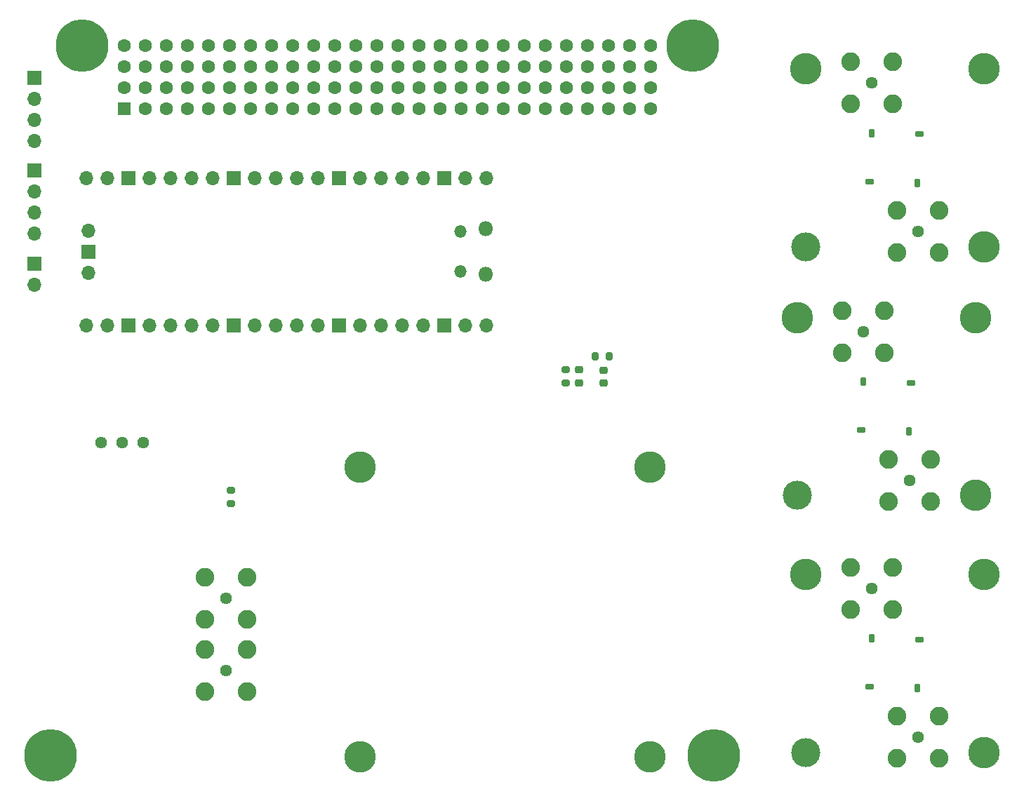
<source format=gbs>
%MOIN*%
%OFA0B0*%
%FSLAX46Y46*%
%IPPOS*%
%LPD*%
%AMRoundRect*
4,1,4,
0.07874015748031496,0.11811023622047245,
0.15748031496062992,0.19685039370078741,
0.23622047244094491,0.27559055118110237,
0.31496062992125984,0.35433070866141736,
0.07874015748031496,0.11811023622047245,
0*
1,1,$1,$2,$3*
1,1,$1,$2,$3*
1,1,$1,$2,$3*
1,1,$1,$2,$3*
20,1,$1,$2,$3,$4,$5,0*
20,1,$1,$2,$3,$4,$5,0*
20,1,$1,$2,$3,$4,$5,0*
20,1,$1,$2,$3,$4,$5,0*%
%AMCOMP5*
4,1,3,
0.00984251968503937,-0.0088582677165354329,
0.00984251968503937,0.0088582677165354329,
-0.00984251968503937,0.0088582677165354329,
-0.00984251968503937,-0.0088582677165354329,
0*
4,1,19,
0.00984251968503937,0,
0.012579874950171779,-0.00043355448163741962,
0.015049278809677422,-0.0016917785931353079,
0.017009008808439495,-0.0036515085918973839,
0.018267232919937385,-0.0061209124514030253,
0.018700787401574805,-0.0088582677165354329,
0.018267232919937385,-0.011595622981667842,
0.017009008808439495,-0.014065026841173483,
0.015049278809677422,-0.01602475683993556,
0.012579874950171779,-0.017282980951433446,
0.00984251968503937,-0.017716535433070866,
0.0071051644199069588,-0.017282980951433446,
0.0046357605604013218,-0.01602475683993556,
0.0026760305616392458,-0.014065026841173483,
0.0014178064501413565,-0.011595622981667842,
0.00098425196850393678,-0.0088582677165354347,
0.0014178064501413554,-0.0061209124514030279,
0.0026760305616392436,-0.0036515085918973861,
0.0046357605604013183,-0.001691778593135309,
0.0071051644199069614,-0.00043355448163741962,
0*
4,1,19,
0.00984251968503937,0.017716535433070866,
0.012579874950171779,0.017282980951433446,
0.015049278809677422,0.01602475683993556,
0.017009008808439495,0.014065026841173483,
0.018267232919937385,0.011595622981667842,
0.018700787401574805,0.0088582677165354329,
0.018267232919937385,0.0061209124514030253,
0.017009008808439495,0.0036515085918973852,
0.015049278809677422,0.001691778593135309,
0.012579874950171779,0.00043355448163741962,
0.00984251968503937,0,
0.0071051644199069588,0.00043355448163741962,
0.0046357605604013218,0.0016917785931353068,
0.0026760305616392458,0.003651508591897383,
0.0014178064501413565,0.0061209124514030244,
0.00098425196850393678,0.0088582677165354329,
0.0014178064501413554,0.011595622981667841,
0.0026760305616392436,0.014065026841173481,
0.0046357605604013183,0.01602475683993556,
0.0071051644199069614,0.017282980951433446,
0*
4,1,19,
-0.00984251968503937,0.017716535433070866,
-0.0071051644199069623,0.017282980951433446,
-0.0046357605604013209,0.01602475683993556,
-0.0026760305616392449,0.014065026841173483,
-0.0014178064501413565,0.011595622981667842,
-0.00098425196850393678,0.0088582677165354329,
-0.0014178064501413554,0.0061209124514030253,
-0.0026760305616392449,0.0036515085918973852,
-0.00463576056040132,0.001691778593135309,
-0.0071051644199069614,0.00043355448163741962,
-0.00984251968503937,0,
-0.012579874950171783,0.00043355448163741962,
-0.01504927880967742,0.0016917785931353068,
-0.017009008808439495,0.003651508591897383,
-0.018267232919937385,0.0061209124514030244,
-0.018700787401574805,0.0088582677165354329,
-0.018267232919937385,0.011595622981667841,
-0.0170090088084395,0.014065026841173481,
-0.015049278809677422,0.01602475683993556,
-0.012579874950171779,0.017282980951433446,
0*
4,1,19,
-0.00984251968503937,0,
-0.0071051644199069623,-0.00043355448163741962,
-0.0046357605604013209,-0.0016917785931353079,
-0.0026760305616392449,-0.0036515085918973839,
-0.0014178064501413565,-0.0061209124514030253,
-0.00098425196850393678,-0.0088582677165354329,
-0.0014178064501413554,-0.011595622981667842,
-0.0026760305616392449,-0.014065026841173483,
-0.00463576056040132,-0.01602475683993556,
-0.0071051644199069614,-0.017282980951433446,
-0.00984251968503937,-0.017716535433070866,
-0.012579874950171783,-0.017282980951433446,
-0.01504927880967742,-0.01602475683993556,
-0.017009008808439495,-0.014065026841173483,
-0.018267232919937385,-0.011595622981667842,
-0.018700787401574805,-0.0088582677165354347,
-0.018267232919937385,-0.0061209124514030279,
-0.0170090088084395,-0.0036515085918973861,
-0.015049278809677422,-0.001691778593135309,
-0.012579874950171779,-0.00043355448163741962,
0*
4,1,3,
0.018700787401574805,-0.0088582677165354329,
0.00098425196850393678,-0.0088582677165354329,
0.00098425196850393678,0.0088582677165354329,
0.018700787401574805,0.0088582677165354329,
0*
4,1,3,
0.00984251968503937,0.017716535433070866,
0.00984251968503937,0,
-0.00984251968503937,0,
-0.00984251968503937,0.017716535433070866,
0*
4,1,3,
-0.018700787401574805,0.0088582677165354329,
-0.00098425196850393678,0.0088582677165354329,
-0.00098425196850393678,-0.0088582677165354329,
-0.018700787401574805,-0.0088582677165354329,
0*
4,1,3,
-0.00984251968503937,-0.017716535433070866,
-0.00984251968503937,0,
0.00984251968503937,0,
0.00984251968503937,-0.017716535433070866,
0*%
%AMCOMP6*
4,1,3,
0.0078740157480314977,0.010826771653543309,
-0.0078740157480314977,0.010826771653543309,
-0.0078740157480314977,-0.010826771653543309,
0.0078740157480314977,-0.010826771653543309,
0*
4,1,19,
0.0078740157480314977,0.018700787401574805,
0.010307220428149194,0.018315405640119319,
0.012502246081043097,0.017196984207676753,
0.014244228302164944,0.015455001986554908,
0.015362649734607511,0.013259976333661005,
0.015748031496062995,0.010826771653543309,
0.015362649734607511,0.0083935669734256126,
0.014244228302164944,0.0061985413205317089,
0.0125022460810431,0.0044565590994098637,
0.010307220428149194,0.0033381376669672958,
0.0078740157480314977,0.0029527559055118114,
0.005440811067913799,0.0033381376669672958,
0.0032457854150198975,0.0044565590994098628,
0.0015038031938980523,0.0061985413205317081,
0.00038538176145548424,0.00839356697342561,
0,0.010826771653543307,
0.00038538176145548316,0.013259976333661003,
0.0015038031938980512,0.015455001986554907,
0.0032457854150198949,0.017196984207676753,
0.005440811067913799,0.018315405640119319,
0*
4,1,19,
-0.0078740157480314977,0.018700787401574805,
-0.0054408110679138007,0.018315405640119319,
-0.0032457854150198971,0.017196984207676753,
-0.0015038031938980512,0.015455001986554908,
-0.00038538176145548424,0.013259976333661005,
0,0.010826771653543309,
-0.00038538176145548316,0.0083935669734256126,
-0.0015038031938980512,0.0061985413205317089,
-0.0032457854150198962,0.0044565590994098637,
-0.0054408110679138,0.0033381376669672958,
-0.007874015748031496,0.0029527559055118114,
-0.010307220428149196,0.0033381376669672958,
-0.012502246081043097,0.0044565590994098628,
-0.01424422830216494,0.0061985413205317081,
-0.015362649734607511,0.00839356697342561,
-0.015748031496062995,0.010826771653543307,
-0.015362649734607511,0.013259976333661003,
-0.014244228302164944,0.015455001986554907,
-0.0125022460810431,0.017196984207676753,
-0.010307220428149196,0.018315405640119319,
0*
4,1,19,
-0.0078740157480314977,-0.0029527559055118114,
-0.0054408110679138007,-0.0033381376669672958,
-0.0032457854150198971,-0.0044565590994098628,
-0.0015038031938980512,-0.0061985413205317089,
-0.00038538176145548424,-0.0083935669734256126,
0,-0.010826771653543309,
-0.00038538176145548316,-0.013259976333661005,
-0.0015038031938980512,-0.015455001986554908,
-0.0032457854150198962,-0.017196984207676753,
-0.0054408110679138,-0.018315405640119319,
-0.007874015748031496,-0.018700787401574805,
-0.010307220428149196,-0.018315405640119319,
-0.012502246081043097,-0.017196984207676753,
-0.01424422830216494,-0.015455001986554908,
-0.015362649734607511,-0.013259976333661007,
-0.015748031496062995,-0.01082677165354331,
-0.015362649734607511,-0.0083935669734256143,
-0.014244228302164944,-0.0061985413205317107,
-0.0125022460810431,-0.0044565590994098637,
-0.010307220428149196,-0.0033381376669672958,
0*
4,1,19,
0.0078740157480314977,-0.0029527559055118114,
0.010307220428149194,-0.0033381376669672958,
0.012502246081043097,-0.0044565590994098628,
0.014244228302164944,-0.0061985413205317089,
0.015362649734607511,-0.0083935669734256126,
0.015748031496062995,-0.010826771653543309,
0.015362649734607511,-0.013259976333661005,
0.014244228302164944,-0.015455001986554908,
0.0125022460810431,-0.017196984207676753,
0.010307220428149194,-0.018315405640119319,
0.0078740157480314977,-0.018700787401574805,
0.005440811067913799,-0.018315405640119319,
0.0032457854150198975,-0.017196984207676753,
0.0015038031938980523,-0.015455001986554908,
0.00038538176145548424,-0.013259976333661007,
0,-0.01082677165354331,
0.00038538176145548316,-0.0083935669734256143,
0.0015038031938980512,-0.0061985413205317107,
0.0032457854150198949,-0.0044565590994098637,
0.005440811067913799,-0.0033381376669672958,
0*
4,1,3,
0.0078740157480314977,0.018700787401574805,
0.0078740157480314977,0.0029527559055118114,
-0.0078740157480314977,0.0029527559055118114,
-0.0078740157480314977,0.018700787401574805,
0*
4,1,3,
-0.015748031496062995,0.010826771653543309,
0,0.010826771653543309,
0,-0.010826771653543309,
-0.015748031496062995,-0.010826771653543309,
0*
4,1,3,
-0.0078740157480314977,-0.018700787401574805,
-0.0078740157480314977,-0.0029527559055118114,
0.0078740157480314977,-0.0029527559055118114,
0.0078740157480314977,-0.018700787401574805,
0*
4,1,3,
0.015748031496062995,-0.010826771653543309,
0,-0.010826771653543309,
0,0.010826771653543309,
0.015748031496062995,0.010826771653543309,
0*%
%AMCOMP7*
4,1,3,
-0.010826771653543309,0.0078740157480314977,
-0.010826771653543309,-0.0078740157480314977,
0.010826771653543309,-0.0078740157480314977,
0.010826771653543309,0.0078740157480314977,
0*
4,1,19,
-0.010826771653543309,0.015748031496062995,
-0.0083935669734256126,0.015362649734607511,
-0.0061985413205317089,0.014244228302164944,
-0.0044565590994098628,0.012502246081043097,
-0.0033381376669672958,0.010307220428149194,
-0.0029527559055118114,0.0078740157480314977,
-0.0033381376669672949,0.0054408110679138007,
-0.0044565590994098628,0.0032457854150198975,
-0.0061985413205317081,0.0015038031938980523,
-0.00839356697342561,0.00038538176145548424,
-0.010826771653543309,0,
-0.013259976333661007,0.00038538176145548424,
-0.015455001986554908,0.0015038031938980512,
-0.017196984207676753,0.0032457854150198962,
-0.018315405640119319,0.0054408110679138,
-0.018700787401574805,0.007874015748031496,
-0.018315405640119322,0.010307220428149194,
-0.017196984207676753,0.012502246081043094,
-0.01545500198655491,0.01424422830216494,
-0.013259976333661007,0.015362649734607511,
0*
4,1,19,
-0.010826771653543309,0,
-0.0083935669734256126,-0.00038538176145548424,
-0.0061985413205317089,-0.0015038031938980512,
-0.0044565590994098628,-0.0032457854150198971,
-0.0033381376669672958,-0.0054408110679138007,
-0.0029527559055118114,-0.0078740157480314977,
-0.0033381376669672949,-0.010307220428149194,
-0.0044565590994098628,-0.012502246081043097,
-0.0061985413205317081,-0.01424422830216494,
-0.00839356697342561,-0.015362649734607511,
-0.010826771653543309,-0.015748031496062995,
-0.013259976333661007,-0.015362649734607511,
-0.015455001986554908,-0.014244228302164944,
-0.017196984207676753,-0.0125022460810431,
-0.018315405640119319,-0.010307220428149196,
-0.018700787401574805,-0.0078740157480314977,
-0.018315405640119322,-0.0054408110679138016,
-0.017196984207676753,-0.0032457854150198988,
-0.01545500198655491,-0.0015038031938980523,
-0.013259976333661007,-0.00038538176145548424,
0*
4,1,19,
0.010826771653543309,0,
0.013259976333661005,-0.00038538176145548424,
0.015455001986554908,-0.0015038031938980512,
0.017196984207676753,-0.0032457854150198971,
0.018315405640119319,-0.0054408110679138007,
0.018700787401574805,-0.0078740157480314977,
0.018315405640119322,-0.010307220428149194,
0.017196984207676753,-0.012502246081043097,
0.015455001986554908,-0.01424422830216494,
0.013259976333661007,-0.015362649734607511,
0.010826771653543309,-0.015748031496062995,
0.00839356697342561,-0.015362649734607511,
0.0061985413205317089,-0.014244228302164944,
0.0044565590994098637,-0.0125022460810431,
0.0033381376669672958,-0.010307220428149196,
0.0029527559055118114,-0.0078740157480314977,
0.0033381376669672949,-0.0054408110679138016,
0.0044565590994098628,-0.0032457854150198988,
0.0061985413205317063,-0.0015038031938980523,
0.00839356697342561,-0.00038538176145548424,
0*
4,1,19,
0.010826771653543309,0.015748031496062995,
0.013259976333661005,0.015362649734607511,
0.015455001986554908,0.014244228302164944,
0.017196984207676753,0.012502246081043097,
0.018315405640119319,0.010307220428149194,
0.018700787401574805,0.0078740157480314977,
0.018315405640119322,0.0054408110679138007,
0.017196984207676753,0.0032457854150198975,
0.015455001986554908,0.0015038031938980523,
0.013259976333661007,0.00038538176145548424,
0.010826771653543309,0,
0.00839356697342561,0.00038538176145548424,
0.0061985413205317089,0.0015038031938980512,
0.0044565590994098637,0.0032457854150198962,
0.0033381376669672958,0.0054408110679138,
0.0029527559055118114,0.007874015748031496,
0.0033381376669672949,0.010307220428149194,
0.0044565590994098628,0.012502246081043094,
0.0061985413205317063,0.01424422830216494,
0.00839356697342561,0.015362649734607511,
0*
4,1,3,
-0.018700787401574805,0.0078740157480314977,
-0.0029527559055118114,0.0078740157480314977,
-0.0029527559055118114,-0.0078740157480314977,
-0.018700787401574805,-0.0078740157480314977,
0*
4,1,3,
-0.010826771653543309,-0.015748031496062995,
-0.010826771653543309,0,
0.010826771653543309,0,
0.010826771653543309,-0.015748031496062995,
0*
4,1,3,
0.018700787401574805,-0.0078740157480314977,
0.0029527559055118114,-0.0078740157480314977,
0.0029527559055118114,0.0078740157480314977,
0.018700787401574805,0.0078740157480314977,
0*
4,1,3,
0.010826771653543309,0.015748031496062995,
0.010826771653543309,0,
-0.010826771653543309,0,
-0.010826771653543309,0.015748031496062995,
0*%
%AMCOMP8*
4,1,3,
0.010826771653543309,-0.0078740157480314977,
0.010826771653543309,0.0078740157480314977,
-0.010826771653543309,0.0078740157480314977,
-0.010826771653543309,-0.0078740157480314977,
0*
4,1,19,
0.010826771653543309,0,
0.013259976333661005,-0.00038538176145548424,
0.015455001986554908,-0.0015038031938980512,
0.017196984207676753,-0.0032457854150198971,
0.018315405640119319,-0.0054408110679138007,
0.018700787401574805,-0.0078740157480314977,
0.018315405640119322,-0.010307220428149194,
0.017196984207676753,-0.012502246081043097,
0.015455001986554908,-0.01424422830216494,
0.013259976333661007,-0.015362649734607511,
0.010826771653543309,-0.015748031496062995,
0.00839356697342561,-0.015362649734607511,
0.0061985413205317089,-0.014244228302164944,
0.0044565590994098637,-0.0125022460810431,
0.0033381376669672958,-0.010307220428149196,
0.0029527559055118114,-0.0078740157480314977,
0.0033381376669672949,-0.0054408110679138016,
0.0044565590994098628,-0.0032457854150198988,
0.0061985413205317063,-0.0015038031938980523,
0.00839356697342561,-0.00038538176145548424,
0*
4,1,19,
0.010826771653543309,0.015748031496062995,
0.013259976333661005,0.015362649734607511,
0.015455001986554908,0.014244228302164944,
0.017196984207676753,0.012502246081043097,
0.018315405640119319,0.010307220428149194,
0.018700787401574805,0.0078740157480314977,
0.018315405640119322,0.0054408110679138007,
0.017196984207676753,0.0032457854150198975,
0.015455001986554908,0.0015038031938980523,
0.013259976333661007,0.00038538176145548424,
0.010826771653543309,0,
0.00839356697342561,0.00038538176145548424,
0.0061985413205317089,0.0015038031938980512,
0.0044565590994098637,0.0032457854150198962,
0.0033381376669672958,0.0054408110679138,
0.0029527559055118114,0.007874015748031496,
0.0033381376669672949,0.010307220428149194,
0.0044565590994098628,0.012502246081043094,
0.0061985413205317063,0.01424422830216494,
0.00839356697342561,0.015362649734607511,
0*
4,1,19,
-0.010826771653543309,0.015748031496062995,
-0.0083935669734256126,0.015362649734607511,
-0.0061985413205317089,0.014244228302164944,
-0.0044565590994098628,0.012502246081043097,
-0.0033381376669672958,0.010307220428149194,
-0.0029527559055118114,0.0078740157480314977,
-0.0033381376669672949,0.0054408110679138007,
-0.0044565590994098628,0.0032457854150198975,
-0.0061985413205317081,0.0015038031938980523,
-0.00839356697342561,0.00038538176145548424,
-0.010826771653543309,0,
-0.013259976333661007,0.00038538176145548424,
-0.015455001986554908,0.0015038031938980512,
-0.017196984207676753,0.0032457854150198962,
-0.018315405640119319,0.0054408110679138,
-0.018700787401574805,0.007874015748031496,
-0.018315405640119322,0.010307220428149194,
-0.017196984207676753,0.012502246081043094,
-0.01545500198655491,0.01424422830216494,
-0.013259976333661007,0.015362649734607511,
0*
4,1,19,
-0.010826771653543309,0,
-0.0083935669734256126,-0.00038538176145548424,
-0.0061985413205317089,-0.0015038031938980512,
-0.0044565590994098628,-0.0032457854150198971,
-0.0033381376669672958,-0.0054408110679138007,
-0.0029527559055118114,-0.0078740157480314977,
-0.0033381376669672949,-0.010307220428149194,
-0.0044565590994098628,-0.012502246081043097,
-0.0061985413205317081,-0.01424422830216494,
-0.00839356697342561,-0.015362649734607511,
-0.010826771653543309,-0.015748031496062995,
-0.013259976333661007,-0.015362649734607511,
-0.015455001986554908,-0.014244228302164944,
-0.017196984207676753,-0.0125022460810431,
-0.018315405640119319,-0.010307220428149196,
-0.018700787401574805,-0.0078740157480314977,
-0.018315405640119322,-0.0054408110679138016,
-0.017196984207676753,-0.0032457854150198988,
-0.01545500198655491,-0.0015038031938980523,
-0.013259976333661007,-0.00038538176145548424,
0*
4,1,3,
0.018700787401574805,-0.0078740157480314977,
0.0029527559055118114,-0.0078740157480314977,
0.0029527559055118114,0.0078740157480314977,
0.018700787401574805,0.0078740157480314977,
0*
4,1,3,
0.010826771653543309,0.015748031496062995,
0.010826771653543309,0,
-0.010826771653543309,0,
-0.010826771653543309,0.015748031496062995,
0*
4,1,3,
-0.018700787401574805,0.0078740157480314977,
-0.0029527559055118114,0.0078740157480314977,
-0.0029527559055118114,-0.0078740157480314977,
-0.018700787401574805,-0.0078740157480314977,
0*
4,1,3,
-0.010826771653543309,-0.015748031496062995,
-0.010826771653543309,0,
0.010826771653543309,0,
0.010826771653543309,-0.015748031496062995,
0*%
%AMRoundRect0*
4,1,4,
0.07874015748031496,0.11811023622047245,
0.15748031496062992,0.19685039370078741,
0.23622047244094491,0.27559055118110237,
0.31496062992125984,0.35433070866141736,
0.07874015748031496,0.11811023622047245,
0*
1,1,$1,$2,$3*
1,1,$1,$2,$3*
1,1,$1,$2,$3*
1,1,$1,$2,$3*
20,1,$1,$2,$3,$4,$5,0*
20,1,$1,$2,$3,$4,$5,0*
20,1,$1,$2,$3,$4,$5,0*
20,1,$1,$2,$3,$4,$5,0*%
%AMCOMP630*
4,1,3,
0.015748031496062995,-0.005905511811023622,
0.015748031496062995,0.005905511811023622,
-0.015748031496062995,0.005905511811023622,
-0.015748031496062995,-0.005905511811023622,
0*
4,1,19,
0.015748031496062995,0,
0.017572935006151265,-0.00028903632109161348,
0.019219204245821693,-0.0011278523954235389,
0.020525690911663074,-0.0024343390612649222,
0.021364506985995006,-0.00408060830093535,
0.021653543307086617,-0.005905511811023622,
0.021364506985995006,-0.007730415321111894,
0.020525690911663074,-0.0093766845607823213,
0.019219204245821693,-0.010683171226623704,
0.017572935006151265,-0.011521987300955629,
0.015748031496062995,-0.011811023622047244,
0.013923127985974721,-0.011521987300955629,
0.012276858746304294,-0.010683171226623706,
0.010970372080462911,-0.0093766845607823231,
0.010131556006130985,-0.0077304153211118949,
0.00984251968503937,-0.0059055118110236228,
0.010131556006130983,-0.0040806083009353507,
0.010970372080462908,-0.0024343390612649239,
0.012276858746304293,-0.0011278523954235395,
0.013923127985974721,-0.00028903632109161348,
0*
4,1,19,
0.015748031496062995,0.011811023622047244,
0.017572935006151265,0.011521987300955629,
0.019219204245821693,0.010683171226623704,
0.020525690911663074,0.0093766845607823213,
0.021364506985995006,0.0077304153211118949,
0.021653543307086617,0.005905511811023622,
0.021364506985995006,0.0040806083009353507,
0.020525690911663074,0.002434339061264923,
0.019219204245821693,0.0011278523954235395,
0.017572935006151265,0.00028903632109161348,
0.015748031496062995,0,
0.013923127985974721,0.00028903632109161348,
0.012276858746304294,0.0011278523954235378,
0.010970372080462911,0.0024343390612649217,
0.010131556006130985,0.00408060830093535,
0.00984251968503937,0.0059055118110236211,
0.010131556006130983,0.0077304153211118923,
0.010970372080462908,0.0093766845607823213,
0.012276858746304293,0.010683171226623704,
0.013923127985974721,0.011521987300955629,
0*
4,1,19,
-0.015748031496062995,0.011811023622047244,
-0.013923127985974722,0.011521987300955629,
-0.012276858746304294,0.010683171226623704,
-0.010970372080462911,0.0093766845607823213,
-0.010131556006130985,0.0077304153211118949,
-0.00984251968503937,0.005905511811023622,
-0.010131556006130983,0.0040806083009353507,
-0.010970372080462911,0.002434339061264923,
-0.012276858746304294,0.0011278523954235395,
-0.013923127985974722,0.00028903632109161348,
-0.015748031496062995,0,
-0.017572935006151268,0.00028903632109161348,
-0.019219204245821693,0.0011278523954235378,
-0.020525690911663074,0.0024343390612649217,
-0.021364506985995006,0.00408060830093535,
-0.021653543307086617,0.0059055118110236211,
-0.021364506985995006,0.0077304153211118923,
-0.020525690911663078,0.0093766845607823213,
-0.019219204245821696,0.010683171226623704,
-0.017572935006151268,0.011521987300955629,
0*
4,1,19,
-0.015748031496062995,0,
-0.013923127985974722,-0.00028903632109161348,
-0.012276858746304294,-0.0011278523954235389,
-0.010970372080462911,-0.0024343390612649222,
-0.010131556006130985,-0.00408060830093535,
-0.00984251968503937,-0.005905511811023622,
-0.010131556006130983,-0.007730415321111894,
-0.010970372080462911,-0.0093766845607823213,
-0.012276858746304294,-0.010683171226623704,
-0.013923127985974722,-0.011521987300955629,
-0.015748031496062995,-0.011811023622047244,
-0.017572935006151268,-0.011521987300955629,
-0.019219204245821693,-0.010683171226623706,
-0.020525690911663074,-0.0093766845607823231,
-0.021364506985995006,-0.0077304153211118949,
-0.021653543307086617,-0.0059055118110236228,
-0.021364506985995006,-0.0040806083009353507,
-0.020525690911663078,-0.0024343390612649239,
-0.019219204245821696,-0.0011278523954235395,
-0.017572935006151268,-0.00028903632109161348,
0*
4,1,3,
0.021653543307086617,-0.005905511811023622,
0.00984251968503937,-0.005905511811023622,
0.00984251968503937,0.005905511811023622,
0.021653543307086617,0.005905511811023622,
0*
4,1,3,
0.015748031496062995,0.011811023622047244,
0.015748031496062995,0,
-0.015748031496062995,0,
-0.015748031496062995,0.011811023622047244,
0*
4,1,3,
-0.021653543307086617,0.005905511811023622,
-0.00984251968503937,0.005905511811023622,
-0.00984251968503937,-0.005905511811023622,
-0.021653543307086617,-0.005905511811023622,
0*
4,1,3,
-0.015748031496062995,-0.011811023622047244,
-0.015748031496062995,0,
0.015748031496062995,0,
0.015748031496062995,-0.011811023622047244,
0*%
%AMCOMP640*
4,1,3,
0.005905511811023622,0.015748031496062995,
-0.005905511811023622,0.015748031496062995,
-0.005905511811023622,-0.015748031496062995,
0.005905511811023622,-0.015748031496062995,
0*
4,1,19,
0.005905511811023622,0.021653543307086617,
0.0077304153211118949,0.021364506985995006,
0.0093766845607823213,0.020525690911663074,
0.010683171226623704,0.019219204245821693,
0.011521987300955629,0.017572935006151265,
0.011811023622047244,0.015748031496062995,
0.011521987300955631,0.013923127985974722,
0.010683171226623704,0.012276858746304294,
0.0093766845607823231,0.010970372080462911,
0.0077304153211118949,0.010131556006130985,
0.0059055118110236228,0.00984251968503937,
0.0040806083009353481,0.010131556006130985,
0.002434339061264923,0.010970372080462908,
0.0011278523954235395,0.012276858746304294,
0.00028903632109161348,0.013923127985974721,
0,0.015748031496062995,
0.00028903632109161234,0.017572935006151265,
0.0011278523954235378,0.019219204245821693,
0.0024343390612649213,0.020525690911663074,
0.0040806083009353481,0.021364506985995006,
0*
4,1,19,
-0.005905511811023622,0.021653543307086617,
-0.00408060830093535,0.021364506985995006,
-0.0024343390612649222,0.020525690911663074,
-0.0011278523954235389,0.019219204245821693,
-0.00028903632109161348,0.017572935006151265,
0,0.015748031496062995,
-0.00028903632109161234,0.013923127985974722,
-0.0011278523954235389,0.012276858746304294,
-0.0024343390612649217,0.010970372080462911,
-0.00408060830093535,0.010131556006130985,
-0.0059055118110236211,0.00984251968503937,
-0.0077304153211118958,0.010131556006130985,
-0.0093766845607823213,0.010970372080462908,
-0.010683171226623704,0.012276858746304294,
-0.011521987300955629,0.013923127985974721,
-0.011811023622047244,0.015748031496062995,
-0.011521987300955631,0.017572935006151265,
-0.010683171226623706,0.019219204245821693,
-0.0093766845607823231,0.020525690911663074,
-0.0077304153211118958,0.021364506985995006,
0*
4,1,19,
-0.005905511811023622,-0.00984251968503937,
-0.00408060830093535,-0.010131556006130985,
-0.0024343390612649222,-0.010970372080462911,
-0.0011278523954235389,-0.012276858746304294,
-0.00028903632109161348,-0.013923127985974722,
0,-0.015748031496062995,
-0.00028903632109161234,-0.017572935006151265,
-0.0011278523954235389,-0.019219204245821693,
-0.0024343390612649217,-0.020525690911663074,
-0.00408060830093535,-0.021364506985995006,
-0.0059055118110236211,-0.021653543307086617,
-0.0077304153211118958,-0.021364506985995006,
-0.0093766845607823213,-0.020525690911663078,
-0.010683171226623704,-0.019219204245821693,
-0.011521987300955629,-0.017572935006151268,
-0.011811023622047244,-0.015748031496062995,
-0.011521987300955631,-0.013923127985974722,
-0.010683171226623706,-0.012276858746304296,
-0.0093766845607823231,-0.010970372080462911,
-0.0077304153211118958,-0.010131556006130985,
0*
4,1,19,
0.005905511811023622,-0.00984251968503937,
0.0077304153211118949,-0.010131556006130985,
0.0093766845607823213,-0.010970372080462911,
0.010683171226623704,-0.012276858746304294,
0.011521987300955629,-0.013923127985974722,
0.011811023622047244,-0.015748031496062995,
0.011521987300955631,-0.017572935006151265,
0.010683171226623704,-0.019219204245821693,
0.0093766845607823231,-0.020525690911663074,
0.0077304153211118949,-0.021364506985995006,
0.0059055118110236228,-0.021653543307086617,
0.0040806083009353481,-0.021364506985995006,
0.002434339061264923,-0.020525690911663078,
0.0011278523954235395,-0.019219204245821693,
0.00028903632109161348,-0.017572935006151268,
0,-0.015748031496062995,
0.00028903632109161234,-0.013923127985974722,
0.0011278523954235378,-0.012276858746304296,
0.0024343390612649213,-0.010970372080462911,
0.0040806083009353481,-0.010131556006130985,
0*
4,1,3,
0.005905511811023622,0.021653543307086617,
0.005905511811023622,0.00984251968503937,
-0.005905511811023622,0.00984251968503937,
-0.005905511811023622,0.021653543307086617,
0*
4,1,3,
-0.011811023622047244,0.015748031496062995,
0,0.015748031496062995,
0,-0.015748031496062995,
-0.011811023622047244,-0.015748031496062995,
0*
4,1,3,
-0.005905511811023622,-0.021653543307086617,
-0.005905511811023622,-0.00984251968503937,
0.005905511811023622,-0.00984251968503937,
0.005905511811023622,-0.021653543307086617,
0*
4,1,3,
0.011811023622047244,-0.015748031496062995,
0,-0.015748031496062995,
0,0.015748031496062995,
0.011811023622047244,0.015748031496062995,
0*%
%AMRoundRect1*
4,1,4,
0.07874015748031496,0.11811023622047245,
0.15748031496062992,0.19685039370078741,
0.23622047244094491,0.27559055118110237,
0.31496062992125984,0.35433070866141736,
0.07874015748031496,0.11811023622047245,
0*
1,1,$1,$2,$3*
1,1,$1,$2,$3*
1,1,$1,$2,$3*
1,1,$1,$2,$3*
20,1,$1,$2,$3,$4,$5,0*
20,1,$1,$2,$3,$4,$5,0*
20,1,$1,$2,$3,$4,$5,0*
20,1,$1,$2,$3,$4,$5,0*%
%AMCOMP960*
4,1,3,
0.015748031496062995,-0.005905511811023622,
0.015748031496062995,0.005905511811023622,
-0.015748031496062995,0.005905511811023622,
-0.015748031496062995,-0.005905511811023622,
0*
4,1,19,
0.015748031496062995,0,
0.017572935006151265,-0.00028903632109161348,
0.019219204245821693,-0.0011278523954235389,
0.020525690911663074,-0.0024343390612649222,
0.021364506985995006,-0.00408060830093535,
0.021653543307086617,-0.005905511811023622,
0.021364506985995006,-0.007730415321111894,
0.020525690911663074,-0.0093766845607823213,
0.019219204245821693,-0.010683171226623704,
0.017572935006151265,-0.011521987300955629,
0.015748031496062995,-0.011811023622047244,
0.013923127985974721,-0.011521987300955629,
0.012276858746304294,-0.010683171226623706,
0.010970372080462911,-0.0093766845607823231,
0.010131556006130985,-0.0077304153211118949,
0.00984251968503937,-0.0059055118110236228,
0.010131556006130983,-0.0040806083009353507,
0.010970372080462908,-0.0024343390612649239,
0.012276858746304293,-0.0011278523954235395,
0.013923127985974721,-0.00028903632109161348,
0*
4,1,19,
0.015748031496062995,0.011811023622047244,
0.017572935006151265,0.011521987300955629,
0.019219204245821693,0.010683171226623704,
0.020525690911663074,0.0093766845607823213,
0.021364506985995006,0.0077304153211118949,
0.021653543307086617,0.005905511811023622,
0.021364506985995006,0.0040806083009353507,
0.020525690911663074,0.002434339061264923,
0.019219204245821693,0.0011278523954235395,
0.017572935006151265,0.00028903632109161348,
0.015748031496062995,0,
0.013923127985974721,0.00028903632109161348,
0.012276858746304294,0.0011278523954235378,
0.010970372080462911,0.0024343390612649217,
0.010131556006130985,0.00408060830093535,
0.00984251968503937,0.0059055118110236211,
0.010131556006130983,0.0077304153211118923,
0.010970372080462908,0.0093766845607823213,
0.012276858746304293,0.010683171226623704,
0.013923127985974721,0.011521987300955629,
0*
4,1,19,
-0.015748031496062995,0.011811023622047244,
-0.013923127985974722,0.011521987300955629,
-0.012276858746304294,0.010683171226623704,
-0.010970372080462911,0.0093766845607823213,
-0.010131556006130985,0.0077304153211118949,
-0.00984251968503937,0.005905511811023622,
-0.010131556006130983,0.0040806083009353507,
-0.010970372080462911,0.002434339061264923,
-0.012276858746304294,0.0011278523954235395,
-0.013923127985974722,0.00028903632109161348,
-0.015748031496062995,0,
-0.017572935006151268,0.00028903632109161348,
-0.019219204245821693,0.0011278523954235378,
-0.020525690911663074,0.0024343390612649217,
-0.021364506985995006,0.00408060830093535,
-0.021653543307086617,0.0059055118110236211,
-0.021364506985995006,0.0077304153211118923,
-0.020525690911663078,0.0093766845607823213,
-0.019219204245821696,0.010683171226623704,
-0.017572935006151268,0.011521987300955629,
0*
4,1,19,
-0.015748031496062995,0,
-0.013923127985974722,-0.00028903632109161348,
-0.012276858746304294,-0.0011278523954235389,
-0.010970372080462911,-0.0024343390612649222,
-0.010131556006130985,-0.00408060830093535,
-0.00984251968503937,-0.005905511811023622,
-0.010131556006130983,-0.007730415321111894,
-0.010970372080462911,-0.0093766845607823213,
-0.012276858746304294,-0.010683171226623704,
-0.013923127985974722,-0.011521987300955629,
-0.015748031496062995,-0.011811023622047244,
-0.017572935006151268,-0.011521987300955629,
-0.019219204245821693,-0.010683171226623706,
-0.020525690911663074,-0.0093766845607823231,
-0.021364506985995006,-0.0077304153211118949,
-0.021653543307086617,-0.0059055118110236228,
-0.021364506985995006,-0.0040806083009353507,
-0.020525690911663078,-0.0024343390612649239,
-0.019219204245821696,-0.0011278523954235395,
-0.017572935006151268,-0.00028903632109161348,
0*
4,1,3,
0.021653543307086617,-0.005905511811023622,
0.00984251968503937,-0.005905511811023622,
0.00984251968503937,0.005905511811023622,
0.021653543307086617,0.005905511811023622,
0*
4,1,3,
0.015748031496062995,0.011811023622047244,
0.015748031496062995,0,
-0.015748031496062995,0,
-0.015748031496062995,0.011811023622047244,
0*
4,1,3,
-0.021653543307086617,0.005905511811023622,
-0.00984251968503937,0.005905511811023622,
-0.00984251968503937,-0.005905511811023622,
-0.021653543307086617,-0.005905511811023622,
0*
4,1,3,
-0.015748031496062995,-0.011811023622047244,
-0.015748031496062995,0,
0.015748031496062995,0,
0.015748031496062995,-0.011811023622047244,
0*%
%AMCOMP970*
4,1,3,
0.005905511811023622,0.015748031496062995,
-0.005905511811023622,0.015748031496062995,
-0.005905511811023622,-0.015748031496062995,
0.005905511811023622,-0.015748031496062995,
0*
4,1,19,
0.005905511811023622,0.021653543307086617,
0.0077304153211118949,0.021364506985995006,
0.0093766845607823213,0.020525690911663074,
0.010683171226623704,0.019219204245821693,
0.011521987300955629,0.017572935006151265,
0.011811023622047244,0.015748031496062995,
0.011521987300955631,0.013923127985974722,
0.010683171226623704,0.012276858746304294,
0.0093766845607823231,0.010970372080462911,
0.0077304153211118949,0.010131556006130985,
0.0059055118110236228,0.00984251968503937,
0.0040806083009353481,0.010131556006130985,
0.002434339061264923,0.010970372080462908,
0.0011278523954235395,0.012276858746304294,
0.00028903632109161348,0.013923127985974721,
0,0.015748031496062995,
0.00028903632109161234,0.017572935006151265,
0.0011278523954235378,0.019219204245821693,
0.0024343390612649213,0.020525690911663074,
0.0040806083009353481,0.021364506985995006,
0*
4,1,19,
-0.005905511811023622,0.021653543307086617,
-0.00408060830093535,0.021364506985995006,
-0.0024343390612649222,0.020525690911663074,
-0.0011278523954235389,0.019219204245821693,
-0.00028903632109161348,0.017572935006151265,
0,0.015748031496062995,
-0.00028903632109161234,0.013923127985974722,
-0.0011278523954235389,0.012276858746304294,
-0.0024343390612649217,0.010970372080462911,
-0.00408060830093535,0.010131556006130985,
-0.0059055118110236211,0.00984251968503937,
-0.0077304153211118958,0.010131556006130985,
-0.0093766845607823213,0.010970372080462908,
-0.010683171226623704,0.012276858746304294,
-0.011521987300955629,0.013923127985974721,
-0.011811023622047244,0.015748031496062995,
-0.011521987300955631,0.017572935006151265,
-0.010683171226623706,0.019219204245821693,
-0.0093766845607823231,0.020525690911663074,
-0.0077304153211118958,0.021364506985995006,
0*
4,1,19,
-0.005905511811023622,-0.00984251968503937,
-0.00408060830093535,-0.010131556006130985,
-0.0024343390612649222,-0.010970372080462911,
-0.0011278523954235389,-0.012276858746304294,
-0.00028903632109161348,-0.013923127985974722,
0,-0.015748031496062995,
-0.00028903632109161234,-0.017572935006151265,
-0.0011278523954235389,-0.019219204245821693,
-0.0024343390612649217,-0.020525690911663074,
-0.00408060830093535,-0.021364506985995006,
-0.0059055118110236211,-0.021653543307086617,
-0.0077304153211118958,-0.021364506985995006,
-0.0093766845607823213,-0.020525690911663078,
-0.010683171226623704,-0.019219204245821693,
-0.011521987300955629,-0.017572935006151268,
-0.011811023622047244,-0.015748031496062995,
-0.011521987300955631,-0.013923127985974722,
-0.010683171226623706,-0.012276858746304296,
-0.0093766845607823231,-0.010970372080462911,
-0.0077304153211118958,-0.010131556006130985,
0*
4,1,19,
0.005905511811023622,-0.00984251968503937,
0.0077304153211118949,-0.010131556006130985,
0.0093766845607823213,-0.010970372080462911,
0.010683171226623704,-0.012276858746304294,
0.011521987300955629,-0.013923127985974722,
0.011811023622047244,-0.015748031496062995,
0.011521987300955631,-0.017572935006151265,
0.010683171226623704,-0.019219204245821693,
0.0093766845607823231,-0.020525690911663074,
0.0077304153211118949,-0.021364506985995006,
0.0059055118110236228,-0.021653543307086617,
0.0040806083009353481,-0.021364506985995006,
0.002434339061264923,-0.020525690911663078,
0.0011278523954235395,-0.019219204245821693,
0.00028903632109161348,-0.017572935006151268,
0,-0.015748031496062995,
0.00028903632109161234,-0.013923127985974722,
0.0011278523954235378,-0.012276858746304296,
0.0024343390612649213,-0.010970372080462911,
0.0040806083009353481,-0.010131556006130985,
0*
4,1,3,
0.005905511811023622,0.021653543307086617,
0.005905511811023622,0.00984251968503937,
-0.005905511811023622,0.00984251968503937,
-0.005905511811023622,0.021653543307086617,
0*
4,1,3,
-0.011811023622047244,0.015748031496062995,
0,0.015748031496062995,
0,-0.015748031496062995,
-0.011811023622047244,-0.015748031496062995,
0*
4,1,3,
-0.005905511811023622,-0.021653543307086617,
-0.005905511811023622,-0.00984251968503937,
0.005905511811023622,-0.00984251968503937,
0.005905511811023622,-0.021653543307086617,
0*
4,1,3,
0.011811023622047244,-0.015748031496062995,
0,-0.015748031496062995,
0,0.015748031496062995,
0.011811023622047244,0.015748031496062995,
0*%
%AMRoundRect0*
4,1,4,
0.07874015748031496,0.11811023622047245,
0.15748031496062992,0.19685039370078741,
0.23622047244094491,0.27559055118110237,
0.31496062992125984,0.35433070866141736,
0.07874015748031496,0.11811023622047245,
0*
1,1,$1,$2,$3*
1,1,$1,$2,$3*
1,1,$1,$2,$3*
1,1,$1,$2,$3*
20,1,$1,$2,$3,$4,$5,0*
20,1,$1,$2,$3,$4,$5,0*
20,1,$1,$2,$3,$4,$5,0*
20,1,$1,$2,$3,$4,$5,0*%
%AMCOMP1290*
4,1,3,
0.015748031496062995,-0.005905511811023622,
0.015748031496062995,0.005905511811023622,
-0.015748031496062995,0.005905511811023622,
-0.015748031496062995,-0.005905511811023622,
0*
4,1,19,
0.015748031496062995,0,
0.017572935006151265,-0.00028903632109161348,
0.019219204245821693,-0.0011278523954235389,
0.020525690911663074,-0.0024343390612649222,
0.021364506985995006,-0.00408060830093535,
0.021653543307086617,-0.005905511811023622,
0.021364506985995006,-0.007730415321111894,
0.020525690911663074,-0.0093766845607823213,
0.019219204245821693,-0.010683171226623704,
0.017572935006151265,-0.011521987300955629,
0.015748031496062995,-0.011811023622047244,
0.013923127985974721,-0.011521987300955629,
0.012276858746304294,-0.010683171226623706,
0.010970372080462911,-0.0093766845607823231,
0.010131556006130985,-0.0077304153211118949,
0.00984251968503937,-0.0059055118110236228,
0.010131556006130983,-0.0040806083009353507,
0.010970372080462908,-0.0024343390612649239,
0.012276858746304293,-0.0011278523954235395,
0.013923127985974721,-0.00028903632109161348,
0*
4,1,19,
0.015748031496062995,0.011811023622047244,
0.017572935006151265,0.011521987300955629,
0.019219204245821693,0.010683171226623704,
0.020525690911663074,0.0093766845607823213,
0.021364506985995006,0.0077304153211118949,
0.021653543307086617,0.005905511811023622,
0.021364506985995006,0.0040806083009353507,
0.020525690911663074,0.002434339061264923,
0.019219204245821693,0.0011278523954235395,
0.017572935006151265,0.00028903632109161348,
0.015748031496062995,0,
0.013923127985974721,0.00028903632109161348,
0.012276858746304294,0.0011278523954235378,
0.010970372080462911,0.0024343390612649217,
0.010131556006130985,0.00408060830093535,
0.00984251968503937,0.0059055118110236211,
0.010131556006130983,0.0077304153211118923,
0.010970372080462908,0.0093766845607823213,
0.012276858746304293,0.010683171226623704,
0.013923127985974721,0.011521987300955629,
0*
4,1,19,
-0.015748031496062995,0.011811023622047244,
-0.013923127985974722,0.011521987300955629,
-0.012276858746304294,0.010683171226623704,
-0.010970372080462911,0.0093766845607823213,
-0.010131556006130985,0.0077304153211118949,
-0.00984251968503937,0.005905511811023622,
-0.010131556006130983,0.0040806083009353507,
-0.010970372080462911,0.002434339061264923,
-0.012276858746304294,0.0011278523954235395,
-0.013923127985974722,0.00028903632109161348,
-0.015748031496062995,0,
-0.017572935006151268,0.00028903632109161348,
-0.019219204245821693,0.0011278523954235378,
-0.020525690911663074,0.0024343390612649217,
-0.021364506985995006,0.00408060830093535,
-0.021653543307086617,0.0059055118110236211,
-0.021364506985995006,0.0077304153211118923,
-0.020525690911663078,0.0093766845607823213,
-0.019219204245821696,0.010683171226623704,
-0.017572935006151268,0.011521987300955629,
0*
4,1,19,
-0.015748031496062995,0,
-0.013923127985974722,-0.00028903632109161348,
-0.012276858746304294,-0.0011278523954235389,
-0.010970372080462911,-0.0024343390612649222,
-0.010131556006130985,-0.00408060830093535,
-0.00984251968503937,-0.005905511811023622,
-0.010131556006130983,-0.007730415321111894,
-0.010970372080462911,-0.0093766845607823213,
-0.012276858746304294,-0.010683171226623704,
-0.013923127985974722,-0.011521987300955629,
-0.015748031496062995,-0.011811023622047244,
-0.017572935006151268,-0.011521987300955629,
-0.019219204245821693,-0.010683171226623706,
-0.020525690911663074,-0.0093766845607823231,
-0.021364506985995006,-0.0077304153211118949,
-0.021653543307086617,-0.0059055118110236228,
-0.021364506985995006,-0.0040806083009353507,
-0.020525690911663078,-0.0024343390612649239,
-0.019219204245821696,-0.0011278523954235395,
-0.017572935006151268,-0.00028903632109161348,
0*
4,1,3,
0.021653543307086617,-0.005905511811023622,
0.00984251968503937,-0.005905511811023622,
0.00984251968503937,0.005905511811023622,
0.021653543307086617,0.005905511811023622,
0*
4,1,3,
0.015748031496062995,0.011811023622047244,
0.015748031496062995,0,
-0.015748031496062995,0,
-0.015748031496062995,0.011811023622047244,
0*
4,1,3,
-0.021653543307086617,0.005905511811023622,
-0.00984251968503937,0.005905511811023622,
-0.00984251968503937,-0.005905511811023622,
-0.021653543307086617,-0.005905511811023622,
0*
4,1,3,
-0.015748031496062995,-0.011811023622047244,
-0.015748031496062995,0,
0.015748031496062995,0,
0.015748031496062995,-0.011811023622047244,
0*%
%AMCOMP1300*
4,1,3,
0.005905511811023622,0.015748031496062995,
-0.005905511811023622,0.015748031496062995,
-0.005905511811023622,-0.015748031496062995,
0.005905511811023622,-0.015748031496062995,
0*
4,1,19,
0.005905511811023622,0.021653543307086617,
0.0077304153211118949,0.021364506985995006,
0.0093766845607823213,0.020525690911663074,
0.010683171226623704,0.019219204245821693,
0.011521987300955629,0.017572935006151265,
0.011811023622047244,0.015748031496062995,
0.011521987300955631,0.013923127985974722,
0.010683171226623704,0.012276858746304294,
0.0093766845607823231,0.010970372080462911,
0.0077304153211118949,0.010131556006130985,
0.0059055118110236228,0.00984251968503937,
0.0040806083009353481,0.010131556006130985,
0.002434339061264923,0.010970372080462908,
0.0011278523954235395,0.012276858746304294,
0.00028903632109161348,0.013923127985974721,
0,0.015748031496062995,
0.00028903632109161234,0.017572935006151265,
0.0011278523954235378,0.019219204245821693,
0.0024343390612649213,0.020525690911663074,
0.0040806083009353481,0.021364506985995006,
0*
4,1,19,
-0.005905511811023622,0.021653543307086617,
-0.00408060830093535,0.021364506985995006,
-0.0024343390612649222,0.020525690911663074,
-0.0011278523954235389,0.019219204245821693,
-0.00028903632109161348,0.017572935006151265,
0,0.015748031496062995,
-0.00028903632109161234,0.013923127985974722,
-0.0011278523954235389,0.012276858746304294,
-0.0024343390612649217,0.010970372080462911,
-0.00408060830093535,0.010131556006130985,
-0.0059055118110236211,0.00984251968503937,
-0.0077304153211118958,0.010131556006130985,
-0.0093766845607823213,0.010970372080462908,
-0.010683171226623704,0.012276858746304294,
-0.011521987300955629,0.013923127985974721,
-0.011811023622047244,0.015748031496062995,
-0.011521987300955631,0.017572935006151265,
-0.010683171226623706,0.019219204245821693,
-0.0093766845607823231,0.020525690911663074,
-0.0077304153211118958,0.021364506985995006,
0*
4,1,19,
-0.005905511811023622,-0.00984251968503937,
-0.00408060830093535,-0.010131556006130985,
-0.0024343390612649222,-0.010970372080462911,
-0.0011278523954235389,-0.012276858746304294,
-0.00028903632109161348,-0.013923127985974722,
0,-0.015748031496062995,
-0.00028903632109161234,-0.017572935006151265,
-0.0011278523954235389,-0.019219204245821693,
-0.0024343390612649217,-0.020525690911663074,
-0.00408060830093535,-0.021364506985995006,
-0.0059055118110236211,-0.021653543307086617,
-0.0077304153211118958,-0.021364506985995006,
-0.0093766845607823213,-0.020525690911663078,
-0.010683171226623704,-0.019219204245821693,
-0.011521987300955629,-0.017572935006151268,
-0.011811023622047244,-0.015748031496062995,
-0.011521987300955631,-0.013923127985974722,
-0.010683171226623706,-0.012276858746304296,
-0.0093766845607823231,-0.010970372080462911,
-0.0077304153211118958,-0.010131556006130985,
0*
4,1,19,
0.005905511811023622,-0.00984251968503937,
0.0077304153211118949,-0.010131556006130985,
0.0093766845607823213,-0.010970372080462911,
0.010683171226623704,-0.012276858746304294,
0.011521987300955629,-0.013923127985974722,
0.011811023622047244,-0.015748031496062995,
0.011521987300955631,-0.017572935006151265,
0.010683171226623704,-0.019219204245821693,
0.0093766845607823231,-0.020525690911663074,
0.0077304153211118949,-0.021364506985995006,
0.0059055118110236228,-0.021653543307086617,
0.0040806083009353481,-0.021364506985995006,
0.002434339061264923,-0.020525690911663078,
0.0011278523954235395,-0.019219204245821693,
0.00028903632109161348,-0.017572935006151268,
0,-0.015748031496062995,
0.00028903632109161234,-0.013923127985974722,
0.0011278523954235378,-0.012276858746304296,
0.0024343390612649213,-0.010970372080462911,
0.0040806083009353481,-0.010131556006130985,
0*
4,1,3,
0.005905511811023622,0.021653543307086617,
0.005905511811023622,0.00984251968503937,
-0.005905511811023622,0.00984251968503937,
-0.005905511811023622,0.021653543307086617,
0*
4,1,3,
-0.011811023622047244,0.015748031496062995,
0,0.015748031496062995,
0,-0.015748031496062995,
-0.011811023622047244,-0.015748031496062995,
0*
4,1,3,
-0.005905511811023622,-0.021653543307086617,
-0.005905511811023622,-0.00984251968503937,
0.005905511811023622,-0.00984251968503937,
0.005905511811023622,-0.021653543307086617,
0*
4,1,3,
0.011811023622047244,-0.015748031496062995,
0,-0.015748031496062995,
0,0.015748031496062995,
0.011811023622047244,0.015748031496062995,
0*%
%ADD10C,0.08858267716535434*%
%ADD11C,0.056692913385826771*%
%ADD12O,0.066929133858267723X0.066929133858267723*%
%ADD13R,0.066929133858267723X0.066929133858267723*%
%ADD14O,0.070866141732283464X0.070866141732283464*%
%ADD15O,0.059055118110236227X0.059055118110236227*%
%ADD16C,0.25*%
%ADD17R,0.062992125984251982X0.062992125984251982*%
%ADD18C,0.062992125984251982*%
%ADD19C,0.14960629921259844*%
%AMCOMP161*
4,1,3,
0.00984251968503937,-0.0088582677165354329,
0.00984251968503937,0.0088582677165354329,
-0.00984251968503937,0.0088582677165354329,
-0.00984251968503937,-0.0088582677165354329,
0*
4,1,19,
0.00984251968503937,0,
0.012579874950171779,-0.00043355448163741962,
0.015049278809677422,-0.0016917785931353079,
0.017009008808439495,-0.0036515085918973839,
0.018267232919937385,-0.0061209124514030253,
0.018700787401574805,-0.0088582677165354329,
0.018267232919937385,-0.011595622981667842,
0.017009008808439495,-0.014065026841173483,
0.015049278809677422,-0.01602475683993556,
0.012579874950171779,-0.017282980951433446,
0.00984251968503937,-0.017716535433070866,
0.0071051644199069588,-0.017282980951433446,
0.0046357605604013218,-0.01602475683993556,
0.0026760305616392458,-0.014065026841173483,
0.0014178064501413565,-0.011595622981667842,
0.00098425196850393678,-0.0088582677165354347,
0.0014178064501413554,-0.0061209124514030279,
0.0026760305616392436,-0.0036515085918973861,
0.0046357605604013183,-0.001691778593135309,
0.0071051644199069614,-0.00043355448163741962,
0*
4,1,19,
0.00984251968503937,0.017716535433070866,
0.012579874950171779,0.017282980951433446,
0.015049278809677422,0.01602475683993556,
0.017009008808439495,0.014065026841173483,
0.018267232919937385,0.011595622981667842,
0.018700787401574805,0.0088582677165354329,
0.018267232919937385,0.0061209124514030253,
0.017009008808439495,0.0036515085918973852,
0.015049278809677422,0.001691778593135309,
0.012579874950171779,0.00043355448163741962,
0.00984251968503937,0,
0.0071051644199069588,0.00043355448163741962,
0.0046357605604013218,0.0016917785931353068,
0.0026760305616392458,0.003651508591897383,
0.0014178064501413565,0.0061209124514030244,
0.00098425196850393678,0.0088582677165354329,
0.0014178064501413554,0.011595622981667841,
0.0026760305616392436,0.014065026841173481,
0.0046357605604013183,0.01602475683993556,
0.0071051644199069614,0.017282980951433446,
0*
4,1,19,
-0.00984251968503937,0.017716535433070866,
-0.0071051644199069623,0.017282980951433446,
-0.0046357605604013209,0.01602475683993556,
-0.0026760305616392449,0.014065026841173483,
-0.0014178064501413565,0.011595622981667842,
-0.00098425196850393678,0.0088582677165354329,
-0.0014178064501413554,0.0061209124514030253,
-0.0026760305616392449,0.0036515085918973852,
-0.00463576056040132,0.001691778593135309,
-0.0071051644199069614,0.00043355448163741962,
-0.00984251968503937,0,
-0.012579874950171783,0.00043355448163741962,
-0.01504927880967742,0.0016917785931353068,
-0.017009008808439495,0.003651508591897383,
-0.018267232919937385,0.0061209124514030244,
-0.018700787401574805,0.0088582677165354329,
-0.018267232919937385,0.011595622981667841,
-0.0170090088084395,0.014065026841173481,
-0.015049278809677422,0.01602475683993556,
-0.012579874950171779,0.017282980951433446,
0*
4,1,19,
-0.00984251968503937,0,
-0.0071051644199069623,-0.00043355448163741962,
-0.0046357605604013209,-0.0016917785931353079,
-0.0026760305616392449,-0.0036515085918973839,
-0.0014178064501413565,-0.0061209124514030253,
-0.00098425196850393678,-0.0088582677165354329,
-0.0014178064501413554,-0.011595622981667842,
-0.0026760305616392449,-0.014065026841173483,
-0.00463576056040132,-0.01602475683993556,
-0.0071051644199069614,-0.017282980951433446,
-0.00984251968503937,-0.017716535433070866,
-0.012579874950171783,-0.017282980951433446,
-0.01504927880967742,-0.01602475683993556,
-0.017009008808439495,-0.014065026841173483,
-0.018267232919937385,-0.011595622981667842,
-0.018700787401574805,-0.0088582677165354347,
-0.018267232919937385,-0.0061209124514030279,
-0.0170090088084395,-0.0036515085918973861,
-0.015049278809677422,-0.001691778593135309,
-0.012579874950171779,-0.00043355448163741962,
0*
4,1,3,
0.018700787401574805,-0.0088582677165354329,
0.00098425196850393678,-0.0088582677165354329,
0.00098425196850393678,0.0088582677165354329,
0.018700787401574805,0.0088582677165354329,
0*
4,1,3,
0.00984251968503937,0.017716535433070866,
0.00984251968503937,0,
-0.00984251968503937,0,
-0.00984251968503937,0.017716535433070866,
0*
4,1,3,
-0.018700787401574805,0.0088582677165354329,
-0.00098425196850393678,0.0088582677165354329,
-0.00098425196850393678,-0.0088582677165354329,
-0.018700787401574805,-0.0088582677165354329,
0*
4,1,3,
-0.00984251968503937,-0.017716535433070866,
-0.00984251968503937,0,
0.00984251968503937,0,
0.00984251968503937,-0.017716535433070866,
0*%
%ADD20COMP161,0.225X0.25X-0.225X0.25X0.225X-0.25X0.225X-0.25X-0.225X0*%
%AMCOMP166*
4,1,3,
0.0078740157480314977,0.010826771653543309,
-0.0078740157480314977,0.010826771653543309,
-0.0078740157480314977,-0.010826771653543309,
0.0078740157480314977,-0.010826771653543309,
0*
4,1,19,
0.0078740157480314977,0.018700787401574805,
0.010307220428149194,0.018315405640119319,
0.012502246081043097,0.017196984207676753,
0.014244228302164944,0.015455001986554908,
0.015362649734607511,0.013259976333661005,
0.015748031496062995,0.010826771653543309,
0.015362649734607511,0.0083935669734256126,
0.014244228302164944,0.0061985413205317089,
0.0125022460810431,0.0044565590994098637,
0.010307220428149194,0.0033381376669672958,
0.0078740157480314977,0.0029527559055118114,
0.005440811067913799,0.0033381376669672958,
0.0032457854150198975,0.0044565590994098628,
0.0015038031938980523,0.0061985413205317081,
0.00038538176145548424,0.00839356697342561,
0,0.010826771653543307,
0.00038538176145548316,0.013259976333661003,
0.0015038031938980512,0.015455001986554907,
0.0032457854150198949,0.017196984207676753,
0.005440811067913799,0.018315405640119319,
0*
4,1,19,
-0.0078740157480314977,0.018700787401574805,
-0.0054408110679138007,0.018315405640119319,
-0.0032457854150198971,0.017196984207676753,
-0.0015038031938980512,0.015455001986554908,
-0.00038538176145548424,0.013259976333661005,
0,0.010826771653543309,
-0.00038538176145548316,0.0083935669734256126,
-0.0015038031938980512,0.0061985413205317089,
-0.0032457854150198962,0.0044565590994098637,
-0.0054408110679138,0.0033381376669672958,
-0.007874015748031496,0.0029527559055118114,
-0.010307220428149196,0.0033381376669672958,
-0.012502246081043097,0.0044565590994098628,
-0.01424422830216494,0.0061985413205317081,
-0.015362649734607511,0.00839356697342561,
-0.015748031496062995,0.010826771653543307,
-0.015362649734607511,0.013259976333661003,
-0.014244228302164944,0.015455001986554907,
-0.0125022460810431,0.017196984207676753,
-0.010307220428149196,0.018315405640119319,
0*
4,1,19,
-0.0078740157480314977,-0.0029527559055118114,
-0.0054408110679138007,-0.0033381376669672958,
-0.0032457854150198971,-0.0044565590994098628,
-0.0015038031938980512,-0.0061985413205317089,
-0.00038538176145548424,-0.0083935669734256126,
0,-0.010826771653543309,
-0.00038538176145548316,-0.013259976333661005,
-0.0015038031938980512,-0.015455001986554908,
-0.0032457854150198962,-0.017196984207676753,
-0.0054408110679138,-0.018315405640119319,
-0.007874015748031496,-0.018700787401574805,
-0.010307220428149196,-0.018315405640119319,
-0.012502246081043097,-0.017196984207676753,
-0.01424422830216494,-0.015455001986554908,
-0.015362649734607511,-0.013259976333661007,
-0.015748031496062995,-0.01082677165354331,
-0.015362649734607511,-0.0083935669734256143,
-0.014244228302164944,-0.0061985413205317107,
-0.0125022460810431,-0.0044565590994098637,
-0.010307220428149196,-0.0033381376669672958,
0*
4,1,19,
0.0078740157480314977,-0.0029527559055118114,
0.010307220428149194,-0.0033381376669672958,
0.012502246081043097,-0.0044565590994098628,
0.014244228302164944,-0.0061985413205317089,
0.015362649734607511,-0.0083935669734256126,
0.015748031496062995,-0.010826771653543309,
0.015362649734607511,-0.013259976333661005,
0.014244228302164944,-0.015455001986554908,
0.0125022460810431,-0.017196984207676753,
0.010307220428149194,-0.018315405640119319,
0.0078740157480314977,-0.018700787401574805,
0.005440811067913799,-0.018315405640119319,
0.0032457854150198975,-0.017196984207676753,
0.0015038031938980523,-0.015455001986554908,
0.00038538176145548424,-0.013259976333661007,
0,-0.01082677165354331,
0.00038538176145548316,-0.0083935669734256143,
0.0015038031938980512,-0.0061985413205317107,
0.0032457854150198949,-0.0044565590994098637,
0.005440811067913799,-0.0033381376669672958,
0*
4,1,3,
0.0078740157480314977,0.018700787401574805,
0.0078740157480314977,0.0029527559055118114,
-0.0078740157480314977,0.0029527559055118114,
-0.0078740157480314977,0.018700787401574805,
0*
4,1,3,
-0.015748031496062995,0.010826771653543309,
0,0.010826771653543309,
0,-0.010826771653543309,
-0.015748031496062995,-0.010826771653543309,
0*
4,1,3,
-0.0078740157480314977,-0.018700787401574805,
-0.0078740157480314977,-0.0029527559055118114,
0.0078740157480314977,-0.0029527559055118114,
0.0078740157480314977,-0.018700787401574805,
0*
4,1,3,
0.015748031496062995,-0.010826771653543309,
0,-0.010826771653543309,
0,0.010826771653543309,
0.015748031496062995,0.010826771653543309,
0*%
%ADD21COMP166,0.2X0.2X0.275X-0.2X0.275X-0.2X-0.275X0.2X-0.275X0*%
%AMCOMP171*
4,1,3,
-0.010826771653543309,0.0078740157480314977,
-0.010826771653543309,-0.0078740157480314977,
0.010826771653543309,-0.0078740157480314977,
0.010826771653543309,0.0078740157480314977,
0*
4,1,19,
-0.010826771653543309,0.015748031496062995,
-0.0083935669734256126,0.015362649734607511,
-0.0061985413205317089,0.014244228302164944,
-0.0044565590994098628,0.012502246081043097,
-0.0033381376669672958,0.010307220428149194,
-0.0029527559055118114,0.0078740157480314977,
-0.0033381376669672949,0.0054408110679138007,
-0.0044565590994098628,0.0032457854150198975,
-0.0061985413205317081,0.0015038031938980523,
-0.00839356697342561,0.00038538176145548424,
-0.010826771653543309,0,
-0.013259976333661007,0.00038538176145548424,
-0.015455001986554908,0.0015038031938980512,
-0.017196984207676753,0.0032457854150198962,
-0.018315405640119319,0.0054408110679138,
-0.018700787401574805,0.007874015748031496,
-0.018315405640119322,0.010307220428149194,
-0.017196984207676753,0.012502246081043094,
-0.01545500198655491,0.01424422830216494,
-0.013259976333661007,0.015362649734607511,
0*
4,1,19,
-0.010826771653543309,0,
-0.0083935669734256126,-0.00038538176145548424,
-0.0061985413205317089,-0.0015038031938980512,
-0.0044565590994098628,-0.0032457854150198971,
-0.0033381376669672958,-0.0054408110679138007,
-0.0029527559055118114,-0.0078740157480314977,
-0.0033381376669672949,-0.010307220428149194,
-0.0044565590994098628,-0.012502246081043097,
-0.0061985413205317081,-0.01424422830216494,
-0.00839356697342561,-0.015362649734607511,
-0.010826771653543309,-0.015748031496062995,
-0.013259976333661007,-0.015362649734607511,
-0.015455001986554908,-0.014244228302164944,
-0.017196984207676753,-0.0125022460810431,
-0.018315405640119319,-0.010307220428149196,
-0.018700787401574805,-0.0078740157480314977,
-0.018315405640119322,-0.0054408110679138016,
-0.017196984207676753,-0.0032457854150198988,
-0.01545500198655491,-0.0015038031938980523,
-0.013259976333661007,-0.00038538176145548424,
0*
4,1,19,
0.010826771653543309,0,
0.013259976333661005,-0.00038538176145548424,
0.015455001986554908,-0.0015038031938980512,
0.017196984207676753,-0.0032457854150198971,
0.018315405640119319,-0.0054408110679138007,
0.018700787401574805,-0.0078740157480314977,
0.018315405640119322,-0.010307220428149194,
0.017196984207676753,-0.012502246081043097,
0.015455001986554908,-0.01424422830216494,
0.013259976333661007,-0.015362649734607511,
0.010826771653543309,-0.015748031496062995,
0.00839356697342561,-0.015362649734607511,
0.0061985413205317089,-0.014244228302164944,
0.0044565590994098637,-0.0125022460810431,
0.0033381376669672958,-0.010307220428149196,
0.0029527559055118114,-0.0078740157480314977,
0.0033381376669672949,-0.0054408110679138016,
0.0044565590994098628,-0.0032457854150198988,
0.0061985413205317063,-0.0015038031938980523,
0.00839356697342561,-0.00038538176145548424,
0*
4,1,19,
0.010826771653543309,0.015748031496062995,
0.013259976333661005,0.015362649734607511,
0.015455001986554908,0.014244228302164944,
0.017196984207676753,0.012502246081043097,
0.018315405640119319,0.010307220428149194,
0.018700787401574805,0.0078740157480314977,
0.018315405640119322,0.0054408110679138007,
0.017196984207676753,0.0032457854150198975,
0.015455001986554908,0.0015038031938980523,
0.013259976333661007,0.00038538176145548424,
0.010826771653543309,0,
0.00839356697342561,0.00038538176145548424,
0.0061985413205317089,0.0015038031938980512,
0.0044565590994098637,0.0032457854150198962,
0.0033381376669672958,0.0054408110679138,
0.0029527559055118114,0.007874015748031496,
0.0033381376669672949,0.010307220428149194,
0.0044565590994098628,0.012502246081043094,
0.0061985413205317063,0.01424422830216494,
0.00839356697342561,0.015362649734607511,
0*
4,1,3,
-0.018700787401574805,0.0078740157480314977,
-0.0029527559055118114,0.0078740157480314977,
-0.0029527559055118114,-0.0078740157480314977,
-0.018700787401574805,-0.0078740157480314977,
0*
4,1,3,
-0.010826771653543309,-0.015748031496062995,
-0.010826771653543309,0,
0.010826771653543309,0,
0.010826771653543309,-0.015748031496062995,
0*
4,1,3,
0.018700787401574805,-0.0078740157480314977,
0.0029527559055118114,-0.0078740157480314977,
0.0029527559055118114,0.0078740157480314977,
0.018700787401574805,0.0078740157480314977,
0*
4,1,3,
0.010826771653543309,0.015748031496062995,
0.010826771653543309,0,
-0.010826771653543309,0,
-0.010826771653543309,0.015748031496062995,
0*%
%ADD22COMP171,0.2X-0.275X0.2X-0.275X-0.2X0.275X-0.2X0.275X0.2X0*%
%AMCOMP176*
4,1,3,
0.010826771653543309,-0.0078740157480314977,
0.010826771653543309,0.0078740157480314977,
-0.010826771653543309,0.0078740157480314977,
-0.010826771653543309,-0.0078740157480314977,
0*
4,1,19,
0.010826771653543309,0,
0.013259976333661005,-0.00038538176145548424,
0.015455001986554908,-0.0015038031938980512,
0.017196984207676753,-0.0032457854150198971,
0.018315405640119319,-0.0054408110679138007,
0.018700787401574805,-0.0078740157480314977,
0.018315405640119322,-0.010307220428149194,
0.017196984207676753,-0.012502246081043097,
0.015455001986554908,-0.01424422830216494,
0.013259976333661007,-0.015362649734607511,
0.010826771653543309,-0.015748031496062995,
0.00839356697342561,-0.015362649734607511,
0.0061985413205317089,-0.014244228302164944,
0.0044565590994098637,-0.0125022460810431,
0.0033381376669672958,-0.010307220428149196,
0.0029527559055118114,-0.0078740157480314977,
0.0033381376669672949,-0.0054408110679138016,
0.0044565590994098628,-0.0032457854150198988,
0.0061985413205317063,-0.0015038031938980523,
0.00839356697342561,-0.00038538176145548424,
0*
4,1,19,
0.010826771653543309,0.015748031496062995,
0.013259976333661005,0.015362649734607511,
0.015455001986554908,0.014244228302164944,
0.017196984207676753,0.012502246081043097,
0.018315405640119319,0.010307220428149194,
0.018700787401574805,0.0078740157480314977,
0.018315405640119322,0.0054408110679138007,
0.017196984207676753,0.0032457854150198975,
0.015455001986554908,0.0015038031938980523,
0.013259976333661007,0.00038538176145548424,
0.010826771653543309,0,
0.00839356697342561,0.00038538176145548424,
0.0061985413205317089,0.0015038031938980512,
0.0044565590994098637,0.0032457854150198962,
0.0033381376669672958,0.0054408110679138,
0.0029527559055118114,0.007874015748031496,
0.0033381376669672949,0.010307220428149194,
0.0044565590994098628,0.012502246081043094,
0.0061985413205317063,0.01424422830216494,
0.00839356697342561,0.015362649734607511,
0*
4,1,19,
-0.010826771653543309,0.015748031496062995,
-0.0083935669734256126,0.015362649734607511,
-0.0061985413205317089,0.014244228302164944,
-0.0044565590994098628,0.012502246081043097,
-0.0033381376669672958,0.010307220428149194,
-0.0029527559055118114,0.0078740157480314977,
-0.0033381376669672949,0.0054408110679138007,
-0.0044565590994098628,0.0032457854150198975,
-0.0061985413205317081,0.0015038031938980523,
-0.00839356697342561,0.00038538176145548424,
-0.010826771653543309,0,
-0.013259976333661007,0.00038538176145548424,
-0.015455001986554908,0.0015038031938980512,
-0.017196984207676753,0.0032457854150198962,
-0.018315405640119319,0.0054408110679138,
-0.018700787401574805,0.007874015748031496,
-0.018315405640119322,0.010307220428149194,
-0.017196984207676753,0.012502246081043094,
-0.01545500198655491,0.01424422830216494,
-0.013259976333661007,0.015362649734607511,
0*
4,1,19,
-0.010826771653543309,0,
-0.0083935669734256126,-0.00038538176145548424,
-0.0061985413205317089,-0.0015038031938980512,
-0.0044565590994098628,-0.0032457854150198971,
-0.0033381376669672958,-0.0054408110679138007,
-0.0029527559055118114,-0.0078740157480314977,
-0.0033381376669672949,-0.010307220428149194,
-0.0044565590994098628,-0.012502246081043097,
-0.0061985413205317081,-0.01424422830216494,
-0.00839356697342561,-0.015362649734607511,
-0.010826771653543309,-0.015748031496062995,
-0.013259976333661007,-0.015362649734607511,
-0.015455001986554908,-0.014244228302164944,
-0.017196984207676753,-0.0125022460810431,
-0.018315405640119319,-0.010307220428149196,
-0.018700787401574805,-0.0078740157480314977,
-0.018315405640119322,-0.0054408110679138016,
-0.017196984207676753,-0.0032457854150198988,
-0.01545500198655491,-0.0015038031938980523,
-0.013259976333661007,-0.00038538176145548424,
0*
4,1,3,
0.018700787401574805,-0.0078740157480314977,
0.0029527559055118114,-0.0078740157480314977,
0.0029527559055118114,0.0078740157480314977,
0.018700787401574805,0.0078740157480314977,
0*
4,1,3,
0.010826771653543309,0.015748031496062995,
0.010826771653543309,0,
-0.010826771653543309,0,
-0.010826771653543309,0.015748031496062995,
0*
4,1,3,
-0.018700787401574805,0.0078740157480314977,
-0.0029527559055118114,0.0078740157480314977,
-0.0029527559055118114,-0.0078740157480314977,
-0.018700787401574805,-0.0078740157480314977,
0*
4,1,3,
-0.010826771653543309,-0.015748031496062995,
-0.010826771653543309,0,
0.010826771653543309,0,
0.010826771653543309,-0.015748031496062995,
0*%
%ADD23COMP176,0.2X0.275X-0.2X0.275X0.2X-0.275X0.2X-0.275X-0.2X0*%
%ADD34C,0.14960629921259844*%
%ADD35C,0.13779527559055119*%
%ADD36C,0.056692913385826771*%
%ADD37C,0.08858267716535434*%
%AMCOMP181*
4,1,3,
0.015748031496062995,-0.005905511811023622,
0.015748031496062995,0.005905511811023622,
-0.015748031496062995,0.005905511811023622,
-0.015748031496062995,-0.005905511811023622,
0*
4,1,19,
0.015748031496062995,0,
0.017572935006151265,-0.00028903632109161348,
0.019219204245821693,-0.0011278523954235389,
0.020525690911663074,-0.0024343390612649222,
0.021364506985995006,-0.00408060830093535,
0.021653543307086617,-0.005905511811023622,
0.021364506985995006,-0.007730415321111894,
0.020525690911663074,-0.0093766845607823213,
0.019219204245821693,-0.010683171226623704,
0.017572935006151265,-0.011521987300955629,
0.015748031496062995,-0.011811023622047244,
0.013923127985974721,-0.011521987300955629,
0.012276858746304294,-0.010683171226623706,
0.010970372080462911,-0.0093766845607823231,
0.010131556006130985,-0.0077304153211118949,
0.00984251968503937,-0.0059055118110236228,
0.010131556006130983,-0.0040806083009353507,
0.010970372080462908,-0.0024343390612649239,
0.012276858746304293,-0.0011278523954235395,
0.013923127985974721,-0.00028903632109161348,
0*
4,1,19,
0.015748031496062995,0.011811023622047244,
0.017572935006151265,0.011521987300955629,
0.019219204245821693,0.010683171226623704,
0.020525690911663074,0.0093766845607823213,
0.021364506985995006,0.0077304153211118949,
0.021653543307086617,0.005905511811023622,
0.021364506985995006,0.0040806083009353507,
0.020525690911663074,0.002434339061264923,
0.019219204245821693,0.0011278523954235395,
0.017572935006151265,0.00028903632109161348,
0.015748031496062995,0,
0.013923127985974721,0.00028903632109161348,
0.012276858746304294,0.0011278523954235378,
0.010970372080462911,0.0024343390612649217,
0.010131556006130985,0.00408060830093535,
0.00984251968503937,0.0059055118110236211,
0.010131556006130983,0.0077304153211118923,
0.010970372080462908,0.0093766845607823213,
0.012276858746304293,0.010683171226623704,
0.013923127985974721,0.011521987300955629,
0*
4,1,19,
-0.015748031496062995,0.011811023622047244,
-0.013923127985974722,0.011521987300955629,
-0.012276858746304294,0.010683171226623704,
-0.010970372080462911,0.0093766845607823213,
-0.010131556006130985,0.0077304153211118949,
-0.00984251968503937,0.005905511811023622,
-0.010131556006130983,0.0040806083009353507,
-0.010970372080462911,0.002434339061264923,
-0.012276858746304294,0.0011278523954235395,
-0.013923127985974722,0.00028903632109161348,
-0.015748031496062995,0,
-0.017572935006151268,0.00028903632109161348,
-0.019219204245821693,0.0011278523954235378,
-0.020525690911663074,0.0024343390612649217,
-0.021364506985995006,0.00408060830093535,
-0.021653543307086617,0.0059055118110236211,
-0.021364506985995006,0.0077304153211118923,
-0.020525690911663078,0.0093766845607823213,
-0.019219204245821696,0.010683171226623704,
-0.017572935006151268,0.011521987300955629,
0*
4,1,19,
-0.015748031496062995,0,
-0.013923127985974722,-0.00028903632109161348,
-0.012276858746304294,-0.0011278523954235389,
-0.010970372080462911,-0.0024343390612649222,
-0.010131556006130985,-0.00408060830093535,
-0.00984251968503937,-0.005905511811023622,
-0.010131556006130983,-0.007730415321111894,
-0.010970372080462911,-0.0093766845607823213,
-0.012276858746304294,-0.010683171226623704,
-0.013923127985974722,-0.011521987300955629,
-0.015748031496062995,-0.011811023622047244,
-0.017572935006151268,-0.011521987300955629,
-0.019219204245821693,-0.010683171226623706,
-0.020525690911663074,-0.0093766845607823231,
-0.021364506985995006,-0.0077304153211118949,
-0.021653543307086617,-0.0059055118110236228,
-0.021364506985995006,-0.0040806083009353507,
-0.020525690911663078,-0.0024343390612649239,
-0.019219204245821696,-0.0011278523954235395,
-0.017572935006151268,-0.00028903632109161348,
0*
4,1,3,
0.021653543307086617,-0.005905511811023622,
0.00984251968503937,-0.005905511811023622,
0.00984251968503937,0.005905511811023622,
0.021653543307086617,0.005905511811023622,
0*
4,1,3,
0.015748031496062995,0.011811023622047244,
0.015748031496062995,0,
-0.015748031496062995,0,
-0.015748031496062995,0.011811023622047244,
0*
4,1,3,
-0.021653543307086617,0.005905511811023622,
-0.00984251968503937,0.005905511811023622,
-0.00984251968503937,-0.005905511811023622,
-0.021653543307086617,-0.005905511811023622,
0*
4,1,3,
-0.015748031496062995,-0.011811023622047244,
-0.015748031496062995,0,
0.015748031496062995,0,
0.015748031496062995,-0.011811023622047244,
0*%
%ADD38COMP181,0.15X0.4X-0.15X0.4X0.15X-0.4X0.15X-0.4X-0.15X0*%
%AMCOMP186*
4,1,3,
0.005905511811023622,0.015748031496062995,
-0.005905511811023622,0.015748031496062995,
-0.005905511811023622,-0.015748031496062995,
0.005905511811023622,-0.015748031496062995,
0*
4,1,19,
0.005905511811023622,0.021653543307086617,
0.0077304153211118949,0.021364506985995006,
0.0093766845607823213,0.020525690911663074,
0.010683171226623704,0.019219204245821693,
0.011521987300955629,0.017572935006151265,
0.011811023622047244,0.015748031496062995,
0.011521987300955631,0.013923127985974722,
0.010683171226623704,0.012276858746304294,
0.0093766845607823231,0.010970372080462911,
0.0077304153211118949,0.010131556006130985,
0.0059055118110236228,0.00984251968503937,
0.0040806083009353481,0.010131556006130985,
0.002434339061264923,0.010970372080462908,
0.0011278523954235395,0.012276858746304294,
0.00028903632109161348,0.013923127985974721,
0,0.015748031496062995,
0.00028903632109161234,0.017572935006151265,
0.0011278523954235378,0.019219204245821693,
0.0024343390612649213,0.020525690911663074,
0.0040806083009353481,0.021364506985995006,
0*
4,1,19,
-0.005905511811023622,0.021653543307086617,
-0.00408060830093535,0.021364506985995006,
-0.0024343390612649222,0.020525690911663074,
-0.0011278523954235389,0.019219204245821693,
-0.00028903632109161348,0.017572935006151265,
0,0.015748031496062995,
-0.00028903632109161234,0.013923127985974722,
-0.0011278523954235389,0.012276858746304294,
-0.0024343390612649217,0.010970372080462911,
-0.00408060830093535,0.010131556006130985,
-0.0059055118110236211,0.00984251968503937,
-0.0077304153211118958,0.010131556006130985,
-0.0093766845607823213,0.010970372080462908,
-0.010683171226623704,0.012276858746304294,
-0.011521987300955629,0.013923127985974721,
-0.011811023622047244,0.015748031496062995,
-0.011521987300955631,0.017572935006151265,
-0.010683171226623706,0.019219204245821693,
-0.0093766845607823231,0.020525690911663074,
-0.0077304153211118958,0.021364506985995006,
0*
4,1,19,
-0.005905511811023622,-0.00984251968503937,
-0.00408060830093535,-0.010131556006130985,
-0.0024343390612649222,-0.010970372080462911,
-0.0011278523954235389,-0.012276858746304294,
-0.00028903632109161348,-0.013923127985974722,
0,-0.015748031496062995,
-0.00028903632109161234,-0.017572935006151265,
-0.0011278523954235389,-0.019219204245821693,
-0.0024343390612649217,-0.020525690911663074,
-0.00408060830093535,-0.021364506985995006,
-0.0059055118110236211,-0.021653543307086617,
-0.0077304153211118958,-0.021364506985995006,
-0.0093766845607823213,-0.020525690911663078,
-0.010683171226623704,-0.019219204245821693,
-0.011521987300955629,-0.017572935006151268,
-0.011811023622047244,-0.015748031496062995,
-0.011521987300955631,-0.013923127985974722,
-0.010683171226623706,-0.012276858746304296,
-0.0093766845607823231,-0.010970372080462911,
-0.0077304153211118958,-0.010131556006130985,
0*
4,1,19,
0.005905511811023622,-0.00984251968503937,
0.0077304153211118949,-0.010131556006130985,
0.0093766845607823213,-0.010970372080462911,
0.010683171226623704,-0.012276858746304294,
0.011521987300955629,-0.013923127985974722,
0.011811023622047244,-0.015748031496062995,
0.011521987300955631,-0.017572935006151265,
0.010683171226623704,-0.019219204245821693,
0.0093766845607823231,-0.020525690911663074,
0.0077304153211118949,-0.021364506985995006,
0.0059055118110236228,-0.021653543307086617,
0.0040806083009353481,-0.021364506985995006,
0.002434339061264923,-0.020525690911663078,
0.0011278523954235395,-0.019219204245821693,
0.00028903632109161348,-0.017572935006151268,
0,-0.015748031496062995,
0.00028903632109161234,-0.013923127985974722,
0.0011278523954235378,-0.012276858746304296,
0.0024343390612649213,-0.010970372080462911,
0.0040806083009353481,-0.010131556006130985,
0*
4,1,3,
0.005905511811023622,0.021653543307086617,
0.005905511811023622,0.00984251968503937,
-0.005905511811023622,0.00984251968503937,
-0.005905511811023622,0.021653543307086617,
0*
4,1,3,
-0.011811023622047244,0.015748031496062995,
0,0.015748031496062995,
0,-0.015748031496062995,
-0.011811023622047244,-0.015748031496062995,
0*
4,1,3,
-0.005905511811023622,-0.021653543307086617,
-0.005905511811023622,-0.00984251968503937,
0.005905511811023622,-0.00984251968503937,
0.005905511811023622,-0.021653543307086617,
0*
4,1,3,
0.011811023622047244,-0.015748031496062995,
0,-0.015748031496062995,
0,0.015748031496062995,
0.011811023622047244,0.015748031496062995,
0*%
%ADD39COMP186,0.15X0.15X0.4X-0.15X0.4X-0.15X-0.4X0.15X-0.4X0*%
%ADD40C,0.14960629921259844*%
%ADD41C,0.13779527559055119*%
%ADD42C,0.056692913385826771*%
%ADD43C,0.08858267716535434*%
%AMCOMP192*
4,1,3,
0.015748031496062995,-0.005905511811023622,
0.015748031496062995,0.005905511811023622,
-0.015748031496062995,0.005905511811023622,
-0.015748031496062995,-0.005905511811023622,
0*
4,1,19,
0.015748031496062995,0,
0.017572935006151265,-0.00028903632109161348,
0.019219204245821693,-0.0011278523954235389,
0.020525690911663074,-0.0024343390612649222,
0.021364506985995006,-0.00408060830093535,
0.021653543307086617,-0.005905511811023622,
0.021364506985995006,-0.007730415321111894,
0.020525690911663074,-0.0093766845607823213,
0.019219204245821693,-0.010683171226623704,
0.017572935006151265,-0.011521987300955629,
0.015748031496062995,-0.011811023622047244,
0.013923127985974721,-0.011521987300955629,
0.012276858746304294,-0.010683171226623706,
0.010970372080462911,-0.0093766845607823231,
0.010131556006130985,-0.0077304153211118949,
0.00984251968503937,-0.0059055118110236228,
0.010131556006130983,-0.0040806083009353507,
0.010970372080462908,-0.0024343390612649239,
0.012276858746304293,-0.0011278523954235395,
0.013923127985974721,-0.00028903632109161348,
0*
4,1,19,
0.015748031496062995,0.011811023622047244,
0.017572935006151265,0.011521987300955629,
0.019219204245821693,0.010683171226623704,
0.020525690911663074,0.0093766845607823213,
0.021364506985995006,0.0077304153211118949,
0.021653543307086617,0.005905511811023622,
0.021364506985995006,0.0040806083009353507,
0.020525690911663074,0.002434339061264923,
0.019219204245821693,0.0011278523954235395,
0.017572935006151265,0.00028903632109161348,
0.015748031496062995,0,
0.013923127985974721,0.00028903632109161348,
0.012276858746304294,0.0011278523954235378,
0.010970372080462911,0.0024343390612649217,
0.010131556006130985,0.00408060830093535,
0.00984251968503937,0.0059055118110236211,
0.010131556006130983,0.0077304153211118923,
0.010970372080462908,0.0093766845607823213,
0.012276858746304293,0.010683171226623704,
0.013923127985974721,0.011521987300955629,
0*
4,1,19,
-0.015748031496062995,0.011811023622047244,
-0.013923127985974722,0.011521987300955629,
-0.012276858746304294,0.010683171226623704,
-0.010970372080462911,0.0093766845607823213,
-0.010131556006130985,0.0077304153211118949,
-0.00984251968503937,0.005905511811023622,
-0.010131556006130983,0.0040806083009353507,
-0.010970372080462911,0.002434339061264923,
-0.012276858746304294,0.0011278523954235395,
-0.013923127985974722,0.00028903632109161348,
-0.015748031496062995,0,
-0.017572935006151268,0.00028903632109161348,
-0.019219204245821693,0.0011278523954235378,
-0.020525690911663074,0.0024343390612649217,
-0.021364506985995006,0.00408060830093535,
-0.021653543307086617,0.0059055118110236211,
-0.021364506985995006,0.0077304153211118923,
-0.020525690911663078,0.0093766845607823213,
-0.019219204245821696,0.010683171226623704,
-0.017572935006151268,0.011521987300955629,
0*
4,1,19,
-0.015748031496062995,0,
-0.013923127985974722,-0.00028903632109161348,
-0.012276858746304294,-0.0011278523954235389,
-0.010970372080462911,-0.0024343390612649222,
-0.010131556006130985,-0.00408060830093535,
-0.00984251968503937,-0.005905511811023622,
-0.010131556006130983,-0.007730415321111894,
-0.010970372080462911,-0.0093766845607823213,
-0.012276858746304294,-0.010683171226623704,
-0.013923127985974722,-0.011521987300955629,
-0.015748031496062995,-0.011811023622047244,
-0.017572935006151268,-0.011521987300955629,
-0.019219204245821693,-0.010683171226623706,
-0.020525690911663074,-0.0093766845607823231,
-0.021364506985995006,-0.0077304153211118949,
-0.021653543307086617,-0.0059055118110236228,
-0.021364506985995006,-0.0040806083009353507,
-0.020525690911663078,-0.0024343390612649239,
-0.019219204245821696,-0.0011278523954235395,
-0.017572935006151268,-0.00028903632109161348,
0*
4,1,3,
0.021653543307086617,-0.005905511811023622,
0.00984251968503937,-0.005905511811023622,
0.00984251968503937,0.005905511811023622,
0.021653543307086617,0.005905511811023622,
0*
4,1,3,
0.015748031496062995,0.011811023622047244,
0.015748031496062995,0,
-0.015748031496062995,0,
-0.015748031496062995,0.011811023622047244,
0*
4,1,3,
-0.021653543307086617,0.005905511811023622,
-0.00984251968503937,0.005905511811023622,
-0.00984251968503937,-0.005905511811023622,
-0.021653543307086617,-0.005905511811023622,
0*
4,1,3,
-0.015748031496062995,-0.011811023622047244,
-0.015748031496062995,0,
0.015748031496062995,0,
0.015748031496062995,-0.011811023622047244,
0*%
%ADD44COMP192,0.15X0.4X-0.15X0.4X0.15X-0.4X0.15X-0.4X-0.15X0*%
%AMCOMP198*
4,1,3,
0.005905511811023622,0.015748031496062995,
-0.005905511811023622,0.015748031496062995,
-0.005905511811023622,-0.015748031496062995,
0.005905511811023622,-0.015748031496062995,
0*
4,1,19,
0.005905511811023622,0.021653543307086617,
0.0077304153211118949,0.021364506985995006,
0.0093766845607823213,0.020525690911663074,
0.010683171226623704,0.019219204245821693,
0.011521987300955629,0.017572935006151265,
0.011811023622047244,0.015748031496062995,
0.011521987300955631,0.013923127985974722,
0.010683171226623704,0.012276858746304294,
0.0093766845607823231,0.010970372080462911,
0.0077304153211118949,0.010131556006130985,
0.0059055118110236228,0.00984251968503937,
0.0040806083009353481,0.010131556006130985,
0.002434339061264923,0.010970372080462908,
0.0011278523954235395,0.012276858746304294,
0.00028903632109161348,0.013923127985974721,
0,0.015748031496062995,
0.00028903632109161234,0.017572935006151265,
0.0011278523954235378,0.019219204245821693,
0.0024343390612649213,0.020525690911663074,
0.0040806083009353481,0.021364506985995006,
0*
4,1,19,
-0.005905511811023622,0.021653543307086617,
-0.00408060830093535,0.021364506985995006,
-0.0024343390612649222,0.020525690911663074,
-0.0011278523954235389,0.019219204245821693,
-0.00028903632109161348,0.017572935006151265,
0,0.015748031496062995,
-0.00028903632109161234,0.013923127985974722,
-0.0011278523954235389,0.012276858746304294,
-0.0024343390612649217,0.010970372080462911,
-0.00408060830093535,0.010131556006130985,
-0.0059055118110236211,0.00984251968503937,
-0.0077304153211118958,0.010131556006130985,
-0.0093766845607823213,0.010970372080462908,
-0.010683171226623704,0.012276858746304294,
-0.011521987300955629,0.013923127985974721,
-0.011811023622047244,0.015748031496062995,
-0.011521987300955631,0.017572935006151265,
-0.010683171226623706,0.019219204245821693,
-0.0093766845607823231,0.020525690911663074,
-0.0077304153211118958,0.021364506985995006,
0*
4,1,19,
-0.005905511811023622,-0.00984251968503937,
-0.00408060830093535,-0.010131556006130985,
-0.0024343390612649222,-0.010970372080462911,
-0.0011278523954235389,-0.012276858746304294,
-0.00028903632109161348,-0.013923127985974722,
0,-0.015748031496062995,
-0.00028903632109161234,-0.017572935006151265,
-0.0011278523954235389,-0.019219204245821693,
-0.0024343390612649217,-0.020525690911663074,
-0.00408060830093535,-0.021364506985995006,
-0.0059055118110236211,-0.021653543307086617,
-0.0077304153211118958,-0.021364506985995006,
-0.0093766845607823213,-0.020525690911663078,
-0.010683171226623704,-0.019219204245821693,
-0.011521987300955629,-0.017572935006151268,
-0.011811023622047244,-0.015748031496062995,
-0.011521987300955631,-0.013923127985974722,
-0.010683171226623706,-0.012276858746304296,
-0.0093766845607823231,-0.010970372080462911,
-0.0077304153211118958,-0.010131556006130985,
0*
4,1,19,
0.005905511811023622,-0.00984251968503937,
0.0077304153211118949,-0.010131556006130985,
0.0093766845607823213,-0.010970372080462911,
0.010683171226623704,-0.012276858746304294,
0.011521987300955629,-0.013923127985974722,
0.011811023622047244,-0.015748031496062995,
0.011521987300955631,-0.017572935006151265,
0.010683171226623704,-0.019219204245821693,
0.0093766845607823231,-0.020525690911663074,
0.0077304153211118949,-0.021364506985995006,
0.0059055118110236228,-0.021653543307086617,
0.0040806083009353481,-0.021364506985995006,
0.002434339061264923,-0.020525690911663078,
0.0011278523954235395,-0.019219204245821693,
0.00028903632109161348,-0.017572935006151268,
0,-0.015748031496062995,
0.00028903632109161234,-0.013923127985974722,
0.0011278523954235378,-0.012276858746304296,
0.0024343390612649213,-0.010970372080462911,
0.0040806083009353481,-0.010131556006130985,
0*
4,1,3,
0.005905511811023622,0.021653543307086617,
0.005905511811023622,0.00984251968503937,
-0.005905511811023622,0.00984251968503937,
-0.005905511811023622,0.021653543307086617,
0*
4,1,3,
-0.011811023622047244,0.015748031496062995,
0,0.015748031496062995,
0,-0.015748031496062995,
-0.011811023622047244,-0.015748031496062995,
0*
4,1,3,
-0.005905511811023622,-0.021653543307086617,
-0.005905511811023622,-0.00984251968503937,
0.005905511811023622,-0.00984251968503937,
0.005905511811023622,-0.021653543307086617,
0*
4,1,3,
0.011811023622047244,-0.015748031496062995,
0,-0.015748031496062995,
0,0.015748031496062995,
0.011811023622047244,0.015748031496062995,
0*%
%ADD45COMP198,0.15X0.15X0.4X-0.15X0.4X-0.15X-0.4X0.15X-0.4X0*%
%ADD46C,0.14960629921259844*%
%ADD47C,0.13779527559055119*%
%ADD48C,0.056692913385826771*%
%ADD49C,0.08858267716535434*%
%AMCOMP204*
4,1,3,
0.015748031496062995,-0.005905511811023622,
0.015748031496062995,0.005905511811023622,
-0.015748031496062995,0.005905511811023622,
-0.015748031496062995,-0.005905511811023622,
0*
4,1,19,
0.015748031496062995,0,
0.017572935006151265,-0.00028903632109161348,
0.019219204245821693,-0.0011278523954235389,
0.020525690911663074,-0.0024343390612649222,
0.021364506985995006,-0.00408060830093535,
0.021653543307086617,-0.005905511811023622,
0.021364506985995006,-0.007730415321111894,
0.020525690911663074,-0.0093766845607823213,
0.019219204245821693,-0.010683171226623704,
0.017572935006151265,-0.011521987300955629,
0.015748031496062995,-0.011811023622047244,
0.013923127985974721,-0.011521987300955629,
0.012276858746304294,-0.010683171226623706,
0.010970372080462911,-0.0093766845607823231,
0.010131556006130985,-0.0077304153211118949,
0.00984251968503937,-0.0059055118110236228,
0.010131556006130983,-0.0040806083009353507,
0.010970372080462908,-0.0024343390612649239,
0.012276858746304293,-0.0011278523954235395,
0.013923127985974721,-0.00028903632109161348,
0*
4,1,19,
0.015748031496062995,0.011811023622047244,
0.017572935006151265,0.011521987300955629,
0.019219204245821693,0.010683171226623704,
0.020525690911663074,0.0093766845607823213,
0.021364506985995006,0.0077304153211118949,
0.021653543307086617,0.005905511811023622,
0.021364506985995006,0.0040806083009353507,
0.020525690911663074,0.002434339061264923,
0.019219204245821693,0.0011278523954235395,
0.017572935006151265,0.00028903632109161348,
0.015748031496062995,0,
0.013923127985974721,0.00028903632109161348,
0.012276858746304294,0.0011278523954235378,
0.010970372080462911,0.0024343390612649217,
0.010131556006130985,0.00408060830093535,
0.00984251968503937,0.0059055118110236211,
0.010131556006130983,0.0077304153211118923,
0.010970372080462908,0.0093766845607823213,
0.012276858746304293,0.010683171226623704,
0.013923127985974721,0.011521987300955629,
0*
4,1,19,
-0.015748031496062995,0.011811023622047244,
-0.013923127985974722,0.011521987300955629,
-0.012276858746304294,0.010683171226623704,
-0.010970372080462911,0.0093766845607823213,
-0.010131556006130985,0.0077304153211118949,
-0.00984251968503937,0.005905511811023622,
-0.010131556006130983,0.0040806083009353507,
-0.010970372080462911,0.002434339061264923,
-0.012276858746304294,0.0011278523954235395,
-0.013923127985974722,0.00028903632109161348,
-0.015748031496062995,0,
-0.017572935006151268,0.00028903632109161348,
-0.019219204245821693,0.0011278523954235378,
-0.020525690911663074,0.0024343390612649217,
-0.021364506985995006,0.00408060830093535,
-0.021653543307086617,0.0059055118110236211,
-0.021364506985995006,0.0077304153211118923,
-0.020525690911663078,0.0093766845607823213,
-0.019219204245821696,0.010683171226623704,
-0.017572935006151268,0.011521987300955629,
0*
4,1,19,
-0.015748031496062995,0,
-0.013923127985974722,-0.00028903632109161348,
-0.012276858746304294,-0.0011278523954235389,
-0.010970372080462911,-0.0024343390612649222,
-0.010131556006130985,-0.00408060830093535,
-0.00984251968503937,-0.005905511811023622,
-0.010131556006130983,-0.007730415321111894,
-0.010970372080462911,-0.0093766845607823213,
-0.012276858746304294,-0.010683171226623704,
-0.013923127985974722,-0.011521987300955629,
-0.015748031496062995,-0.011811023622047244,
-0.017572935006151268,-0.011521987300955629,
-0.019219204245821693,-0.010683171226623706,
-0.020525690911663074,-0.0093766845607823231,
-0.021364506985995006,-0.0077304153211118949,
-0.021653543307086617,-0.0059055118110236228,
-0.021364506985995006,-0.0040806083009353507,
-0.020525690911663078,-0.0024343390612649239,
-0.019219204245821696,-0.0011278523954235395,
-0.017572935006151268,-0.00028903632109161348,
0*
4,1,3,
0.021653543307086617,-0.005905511811023622,
0.00984251968503937,-0.005905511811023622,
0.00984251968503937,0.005905511811023622,
0.021653543307086617,0.005905511811023622,
0*
4,1,3,
0.015748031496062995,0.011811023622047244,
0.015748031496062995,0,
-0.015748031496062995,0,
-0.015748031496062995,0.011811023622047244,
0*
4,1,3,
-0.021653543307086617,0.005905511811023622,
-0.00984251968503937,0.005905511811023622,
-0.00984251968503937,-0.005905511811023622,
-0.021653543307086617,-0.005905511811023622,
0*
4,1,3,
-0.015748031496062995,-0.011811023622047244,
-0.015748031496062995,0,
0.015748031496062995,0,
0.015748031496062995,-0.011811023622047244,
0*%
%ADD50COMP204,0.15X0.4X-0.15X0.4X0.15X-0.4X0.15X-0.4X-0.15X0*%
%AMCOMP210*
4,1,3,
0.005905511811023622,0.015748031496062995,
-0.005905511811023622,0.015748031496062995,
-0.005905511811023622,-0.015748031496062995,
0.005905511811023622,-0.015748031496062995,
0*
4,1,19,
0.005905511811023622,0.021653543307086617,
0.0077304153211118949,0.021364506985995006,
0.0093766845607823213,0.020525690911663074,
0.010683171226623704,0.019219204245821693,
0.011521987300955629,0.017572935006151265,
0.011811023622047244,0.015748031496062995,
0.011521987300955631,0.013923127985974722,
0.010683171226623704,0.012276858746304294,
0.0093766845607823231,0.010970372080462911,
0.0077304153211118949,0.010131556006130985,
0.0059055118110236228,0.00984251968503937,
0.0040806083009353481,0.010131556006130985,
0.002434339061264923,0.010970372080462908,
0.0011278523954235395,0.012276858746304294,
0.00028903632109161348,0.013923127985974721,
0,0.015748031496062995,
0.00028903632109161234,0.017572935006151265,
0.0011278523954235378,0.019219204245821693,
0.0024343390612649213,0.020525690911663074,
0.0040806083009353481,0.021364506985995006,
0*
4,1,19,
-0.005905511811023622,0.021653543307086617,
-0.00408060830093535,0.021364506985995006,
-0.0024343390612649222,0.020525690911663074,
-0.0011278523954235389,0.019219204245821693,
-0.00028903632109161348,0.017572935006151265,
0,0.015748031496062995,
-0.00028903632109161234,0.013923127985974722,
-0.0011278523954235389,0.012276858746304294,
-0.0024343390612649217,0.010970372080462911,
-0.00408060830093535,0.010131556006130985,
-0.0059055118110236211,0.00984251968503937,
-0.0077304153211118958,0.010131556006130985,
-0.0093766845607823213,0.010970372080462908,
-0.010683171226623704,0.012276858746304294,
-0.011521987300955629,0.013923127985974721,
-0.011811023622047244,0.015748031496062995,
-0.011521987300955631,0.017572935006151265,
-0.010683171226623706,0.019219204245821693,
-0.0093766845607823231,0.020525690911663074,
-0.0077304153211118958,0.021364506985995006,
0*
4,1,19,
-0.005905511811023622,-0.00984251968503937,
-0.00408060830093535,-0.010131556006130985,
-0.0024343390612649222,-0.010970372080462911,
-0.0011278523954235389,-0.012276858746304294,
-0.00028903632109161348,-0.013923127985974722,
0,-0.015748031496062995,
-0.00028903632109161234,-0.017572935006151265,
-0.0011278523954235389,-0.019219204245821693,
-0.0024343390612649217,-0.020525690911663074,
-0.00408060830093535,-0.021364506985995006,
-0.0059055118110236211,-0.021653543307086617,
-0.0077304153211118958,-0.021364506985995006,
-0.0093766845607823213,-0.020525690911663078,
-0.010683171226623704,-0.019219204245821693,
-0.011521987300955629,-0.017572935006151268,
-0.011811023622047244,-0.015748031496062995,
-0.011521987300955631,-0.013923127985974722,
-0.010683171226623706,-0.012276858746304296,
-0.0093766845607823231,-0.010970372080462911,
-0.0077304153211118958,-0.010131556006130985,
0*
4,1,19,
0.005905511811023622,-0.00984251968503937,
0.0077304153211118949,-0.010131556006130985,
0.0093766845607823213,-0.010970372080462911,
0.010683171226623704,-0.012276858746304294,
0.011521987300955629,-0.013923127985974722,
0.011811023622047244,-0.015748031496062995,
0.011521987300955631,-0.017572935006151265,
0.010683171226623704,-0.019219204245821693,
0.0093766845607823231,-0.020525690911663074,
0.0077304153211118949,-0.021364506985995006,
0.0059055118110236228,-0.021653543307086617,
0.0040806083009353481,-0.021364506985995006,
0.002434339061264923,-0.020525690911663078,
0.0011278523954235395,-0.019219204245821693,
0.00028903632109161348,-0.017572935006151268,
0,-0.015748031496062995,
0.00028903632109161234,-0.013923127985974722,
0.0011278523954235378,-0.012276858746304296,
0.0024343390612649213,-0.010970372080462911,
0.0040806083009353481,-0.010131556006130985,
0*
4,1,3,
0.005905511811023622,0.021653543307086617,
0.005905511811023622,0.00984251968503937,
-0.005905511811023622,0.00984251968503937,
-0.005905511811023622,0.021653543307086617,
0*
4,1,3,
-0.011811023622047244,0.015748031496062995,
0,0.015748031496062995,
0,-0.015748031496062995,
-0.011811023622047244,-0.015748031496062995,
0*
4,1,3,
-0.005905511811023622,-0.021653543307086617,
-0.005905511811023622,-0.00984251968503937,
0.005905511811023622,-0.00984251968503937,
0.005905511811023622,-0.021653543307086617,
0*
4,1,3,
0.011811023622047244,-0.015748031496062995,
0,-0.015748031496062995,
0,0.015748031496062995,
0.011811023622047244,0.015748031496062995,
0*%
%ADD51COMP210,0.15X0.15X0.4X-0.15X0.4X-0.15X-0.4X0.15X-0.4X0*%
G01*
D10*
X-0002047244Y0005905511D02*
X0000962992Y0001058661D03*
X0000962992Y0000858661D03*
X0001162992Y0001058661D03*
X0001162992Y0000858661D03*
D11*
X0001062992Y0000958661D03*
D12*
X0000409448Y0002508267D03*
D13*
X0000409448Y0002608267D03*
D12*
X0000409448Y0002708267D03*
X0002300393Y0002258267D03*
X0002200393Y0002258267D03*
D13*
X0002100393Y0002258267D03*
D12*
X0002000393Y0002258267D03*
X0001900393Y0002258267D03*
X0001800393Y0002258267D03*
X0001700393Y0002258267D03*
D13*
X0001600393Y0002258267D03*
D12*
X0001500393Y0002258267D03*
X0001400393Y0002258267D03*
X0001300393Y0002258267D03*
X0001200393Y0002258267D03*
D13*
X0001100393Y0002258267D03*
D12*
X0001000393Y0002258267D03*
X0000900393Y0002258267D03*
X0000800393Y0002258267D03*
X0000700393Y0002258267D03*
D13*
X0000600393Y0002258267D03*
D12*
X0000500393Y0002258267D03*
X0000400393Y0002258267D03*
X0000400393Y0002958267D03*
X0000500393Y0002958267D03*
D13*
X0000600393Y0002958267D03*
D12*
X0000700393Y0002958267D03*
X0000800393Y0002958267D03*
X0000900393Y0002958267D03*
X0001000393Y0002958267D03*
D13*
X0001100393Y0002958267D03*
D12*
X0001200393Y0002958267D03*
X0001300393Y0002958267D03*
X0001400393Y0002958267D03*
X0001500393Y0002958267D03*
D13*
X0001600393Y0002958267D03*
D12*
X0001700393Y0002958267D03*
X0001800393Y0002958267D03*
X0001900393Y0002958267D03*
X0002000393Y0002958267D03*
D13*
X0002100393Y0002958267D03*
D12*
X0002200393Y0002958267D03*
X0002300393Y0002958267D03*
D14*
X0002295275Y0002500984D03*
D15*
X0002175984Y0002512795D03*
X0002175984Y0002703740D03*
D14*
X0002295275Y0002715551D03*
D12*
X0000151574Y0002692125D03*
X0000151574Y0002792125D03*
X0000151574Y0002892125D03*
D13*
X0000151574Y0002992125D03*
D11*
X0000468503Y0001698818D03*
X0000568503Y0001698818D03*
X0000668503Y0001698818D03*
D10*
X0000963385Y0000718503D03*
X0000963385Y0000518503D03*
X0001163385Y0000718503D03*
X0001163385Y0000518503D03*
D11*
X0001063385Y0000618503D03*
D16*
X0000229921Y0000212598D03*
X0000379921Y0003587795D03*
X0003279921Y0003587795D03*
X0003379921Y0000212598D03*
D17*
X0000579921Y0003287795D03*
D18*
X0000579921Y0003387795D03*
X0000679921Y0003287795D03*
X0000679921Y0003387795D03*
X0000779921Y0003287795D03*
X0000779921Y0003387795D03*
X0000879921Y0003287795D03*
X0000879921Y0003387795D03*
X0000979921Y0003287795D03*
X0000979921Y0003387795D03*
X0001079921Y0003287795D03*
X0001079921Y0003387795D03*
X0001179921Y0003287795D03*
X0001179921Y0003387795D03*
X0001279921Y0003287795D03*
X0001279921Y0003387795D03*
X0001379921Y0003287795D03*
X0001379921Y0003387795D03*
X0001479921Y0003287795D03*
X0001479921Y0003387795D03*
X0001579921Y0003287795D03*
X0001579921Y0003387795D03*
X0001679921Y0003287795D03*
X0001679921Y0003387795D03*
X0001779921Y0003287795D03*
X0001779921Y0003387795D03*
X0001879921Y0003287795D03*
X0001879921Y0003387795D03*
X0001979921Y0003287795D03*
X0001979921Y0003387795D03*
X0002079921Y0003287795D03*
X0002079921Y0003387795D03*
X0002179921Y0003287795D03*
X0002179921Y0003387795D03*
X0002279921Y0003287795D03*
X0002279921Y0003387795D03*
X0002379921Y0003287795D03*
X0002379921Y0003387795D03*
X0002479921Y0003287795D03*
X0002479921Y0003387795D03*
X0002579921Y0003287795D03*
X0002579921Y0003387795D03*
X0002679921Y0003287795D03*
X0002679921Y0003387795D03*
X0002779921Y0003287795D03*
X0002779921Y0003387795D03*
X0002879921Y0003287795D03*
X0002879921Y0003387795D03*
X0002979921Y0003287795D03*
X0002979921Y0003387795D03*
X0003079921Y0003287795D03*
X0003079921Y0003387795D03*
X0000579921Y0003487795D03*
X0000579921Y0003587795D03*
X0000679921Y0003487795D03*
X0000679921Y0003587795D03*
X0000779921Y0003487795D03*
X0000779921Y0003587795D03*
X0000879921Y0003487795D03*
X0000879921Y0003587795D03*
X0000979921Y0003487795D03*
X0000979921Y0003587795D03*
X0001079921Y0003487795D03*
X0001079921Y0003587795D03*
X0001179921Y0003487795D03*
X0001179921Y0003587795D03*
X0001279921Y0003487795D03*
X0001279921Y0003587795D03*
X0001379921Y0003487795D03*
X0001379921Y0003587795D03*
X0001479921Y0003487795D03*
X0001479921Y0003587795D03*
X0001579921Y0003487795D03*
X0001579921Y0003587795D03*
X0001679921Y0003487795D03*
X0001679921Y0003587795D03*
X0001779921Y0003487795D03*
X0001779921Y0003587795D03*
X0001879921Y0003487795D03*
X0001879921Y0003587795D03*
X0001979921Y0003487795D03*
X0001979921Y0003587795D03*
X0002079921Y0003487795D03*
X0002079921Y0003587795D03*
X0002179921Y0003487795D03*
X0002179921Y0003587795D03*
X0002279921Y0003487795D03*
X0002279921Y0003587795D03*
X0002379921Y0003487795D03*
X0002379921Y0003587795D03*
X0002479921Y0003487795D03*
X0002479921Y0003587795D03*
X0002579921Y0003487795D03*
X0002579921Y0003587795D03*
X0002679921Y0003487795D03*
X0002679921Y0003587795D03*
X0002779921Y0003487795D03*
X0002779921Y0003587795D03*
X0002879921Y0003487795D03*
X0002879921Y0003587795D03*
X0002979921Y0003487795D03*
X0002979921Y0003587795D03*
X0003079921Y0003487795D03*
X0003079921Y0003587795D03*
D19*
X0003076771Y0000206692D03*
X0001698818Y0000206692D03*
X0003076771Y0001584645D03*
X0001698818Y0001584645D03*
D12*
X0000151574Y0002451181D03*
D13*
X0000151574Y0002551181D03*
D12*
X0000151574Y0003133070D03*
X0000151574Y0003233070D03*
X0000151574Y0003333070D03*
D13*
X0000151574Y0003433070D03*
D20*
X0002856299Y0002044291D03*
X0002856299Y0001983267D03*
D21*
X0002815944Y0002110236D03*
X0002880905Y0002110236D03*
D20*
X0002740157Y0002046259D03*
X0002740157Y0001985236D03*
D22*
X0001086614Y0001409940D03*
X0001086614Y0001474901D03*
D23*
X0002677165Y0002048228D03*
X0002677165Y0001983267D03*
G04 next file*
G04 Gerber Fmt 4.6, Leading zero omitted, Abs format (unit mm)*
G04 Created by KiCad (PCBNEW 7.0.6) date 2023-08-28 22:53:50*
G01*
G04 APERTURE LIST*
G04 Aperture macros list*
G04 Aperture macros list end*
G04 APERTURE END LIST*
D34*
X-0001653543Y0004251968D02*
X0004661417Y0001074803D03*
X0003814960Y0001074803D03*
D35*
X0003814960Y0000228346D03*
D34*
X0004661417Y0000228346D03*
D36*
X0004348425Y0000301181D03*
D37*
X0004448425Y0000201181D03*
X0004448425Y0000401181D03*
X0004248425Y0000201181D03*
X0004248425Y0000401181D03*
X0004029921Y0001107874D03*
X0004029921Y0000907874D03*
X0004229921Y0001107874D03*
X0004229921Y0000907874D03*
D36*
X0004129921Y0001007873D03*
D38*
X0004356299Y0000763779D03*
D39*
X0004129921Y0000769685D03*
D38*
X0004120078Y0000539370D03*
D39*
X0004346456Y0000533464D03*
G04 next file*
G04 Gerber Fmt 4.6, Leading zero omitted, Abs format (unit mm)*
G04 Created by KiCad (PCBNEW 7.0.6) date 2023-08-28 22:53:50*
G01*
G04 APERTURE LIST*
G04 Aperture macros list*
G04 Aperture macros list end*
G04 APERTURE END LIST*
D40*
X-0001653543Y0006653543D02*
X0004661417Y0003476377D03*
X0003814960Y0003476377D03*
D41*
X0003814960Y0002629921D03*
D40*
X0004661417Y0002629921D03*
D42*
X0004348425Y0002702755D03*
D43*
X0004448425Y0002602755D03*
X0004448425Y0002802755D03*
X0004248425Y0002602755D03*
X0004248425Y0002802755D03*
X0004029921Y0003509448D03*
X0004029921Y0003309448D03*
X0004229921Y0003509448D03*
X0004229921Y0003309448D03*
D42*
X0004129921Y0003409448D03*
D44*
X0004356299Y0003165354D03*
D45*
X0004129921Y0003171259D03*
D44*
X0004120078Y0002940944D03*
D45*
X0004346456Y0002935039D03*
G04 next file*
G04 Gerber Fmt 4.6, Leading zero omitted, Abs format (unit mm)*
G04 Created by KiCad (PCBNEW 7.0.6) date 2023-08-28 22:53:50*
G01*
G04 APERTURE LIST*
G04 Aperture macros list*
G04 Aperture macros list end*
G04 APERTURE END LIST*
D46*
X-0001692913Y0005472440D02*
X0004622047Y0002295275D03*
X0003775590Y0002295275D03*
D47*
X0003775590Y0001448818D03*
D46*
X0004622047Y0001448818D03*
D48*
X0004309055Y0001521653D03*
D49*
X0004409055Y0001421653D03*
X0004409055Y0001621653D03*
X0004209055Y0001421653D03*
X0004209055Y0001621653D03*
X0003990551Y0002328346D03*
X0003990551Y0002128346D03*
X0004190551Y0002328346D03*
X0004190551Y0002128346D03*
D48*
X0004090551Y0002228346D03*
D50*
X0004316929Y0001984251D03*
D51*
X0004090551Y0001990157D03*
D50*
X0004080708Y0001759842D03*
D51*
X0004307086Y0001753936D03*
M02*
</source>
